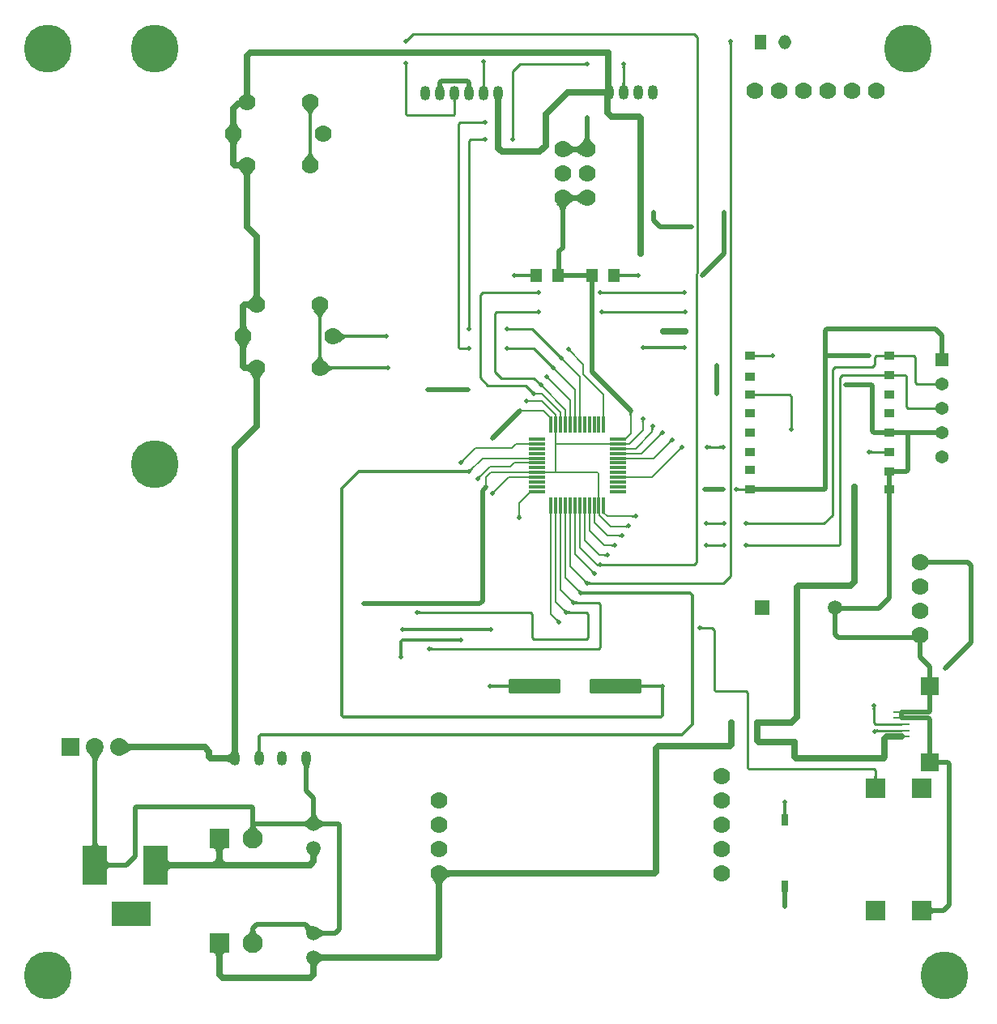
<source format=gbr>
G04*
G04 #@! TF.GenerationSoftware,Altium Limited,Altium Designer,24.4.1 (13)*
G04*
G04 Layer_Physical_Order=1*
G04 Layer_Color=255*
%FSLAX44Y44*%
%MOMM*%
G71*
G04*
G04 #@! TF.SameCoordinates,292D2D62-A6DC-441A-99C5-A44A3EC90559*
G04*
G04*
G04 #@! TF.FilePolarity,Positive*
G04*
G01*
G75*
%ADD10C,0.2540*%
%ADD12C,0.2032*%
%ADD15C,0.5080*%
%ADD22C,0.3048*%
%ADD24R,1.0000X0.9500*%
%ADD25R,1.2700X1.3970*%
%ADD26R,0.3000X1.7000*%
%ADD27R,1.7000X0.3000*%
G04:AMPARAMS|DCode=28|XSize=5.5mm|YSize=1.5mm|CornerRadius=0.1875mm|HoleSize=0mm|Usage=FLASHONLY|Rotation=0.000|XOffset=0mm|YOffset=0mm|HoleType=Round|Shape=RoundedRectangle|*
%AMROUNDEDRECTD28*
21,1,5.5000,1.1250,0,0,0.0*
21,1,5.1250,1.5000,0,0,0.0*
1,1,0.3750,2.5625,-0.5625*
1,1,0.3750,-2.5625,-0.5625*
1,1,0.3750,-2.5625,0.5625*
1,1,0.3750,2.5625,0.5625*
%
%ADD28ROUNDEDRECTD28*%
%ADD29R,1.7780X0.2540*%
%ADD30R,1.9000X1.9000*%
%ADD31R,0.8000X1.2000*%
%ADD57C,0.6350*%
%ADD58O,1.3000X1.5000*%
%ADD59R,1.3000X1.5000*%
%ADD60R,1.3700X1.3700*%
%ADD61C,1.3700*%
%ADD62C,1.7780*%
%ADD63C,5.0000*%
%ADD64R,2.1000X2.1000*%
%ADD65C,2.1000*%
%ADD66R,2.5400X4.0640*%
%ADD67R,4.0640X2.5400*%
%ADD68O,1.0160X1.5240*%
%ADD69C,1.8600*%
%ADD70R,1.8600X1.8600*%
%ADD71C,1.5000*%
%ADD72R,1.5000X1.5000*%
%ADD73R,2.0000X2.0000*%
%ADD74C,0.5080*%
G36*
X429913Y424591D02*
X430040Y424505D01*
X430185Y424429D01*
X430349Y424363D01*
X430530Y424307D01*
X430731Y424261D01*
X430949Y424226D01*
X431185Y424200D01*
X431714Y424180D01*
Y421640D01*
X431441Y421635D01*
X430949Y421594D01*
X430731Y421559D01*
X430530Y421513D01*
X430349Y421457D01*
X430185Y421391D01*
X430040Y421315D01*
X429913Y421228D01*
X429804Y421132D01*
Y424688D01*
X429913Y424591D01*
D02*
G37*
G36*
X503646Y403352D02*
X503584Y403400D01*
X503497Y403443D01*
X503385Y403481D01*
X503248Y403515D01*
X503086Y403543D01*
X502688Y403583D01*
X502190Y403604D01*
X501904Y403606D01*
Y406654D01*
X502190Y406656D01*
X503086Y406717D01*
X503248Y406745D01*
X503385Y406778D01*
X503497Y406817D01*
X503584Y406860D01*
X503646Y406908D01*
Y403352D01*
D02*
G37*
G36*
X414626Y406860D02*
X414713Y406817D01*
X414825Y406778D01*
X414962Y406745D01*
X415124Y406717D01*
X415522Y406677D01*
X416020Y406656D01*
X416306Y406654D01*
Y403606D01*
X416020Y403604D01*
X415124Y403543D01*
X414962Y403515D01*
X414825Y403481D01*
X414713Y403443D01*
X414626Y403400D01*
X414564Y403352D01*
Y406908D01*
X414626Y406860D01*
D02*
G37*
G36*
X471896Y391922D02*
X471834Y391970D01*
X471747Y392013D01*
X471635Y392052D01*
X471498Y392085D01*
X471336Y392113D01*
X470938Y392153D01*
X470440Y392174D01*
X470154Y392176D01*
Y395224D01*
X470440Y395227D01*
X471336Y395288D01*
X471498Y395315D01*
X471635Y395349D01*
X471747Y395387D01*
X471834Y395430D01*
X471896Y395478D01*
Y391922D01*
D02*
G37*
G36*
X442613Y386492D02*
X442740Y386405D01*
X442885Y386329D01*
X443049Y386263D01*
X443230Y386207D01*
X443430Y386161D01*
X443649Y386126D01*
X443885Y386100D01*
X444414Y386080D01*
Y383540D01*
X444141Y383535D01*
X443649Y383494D01*
X443430Y383459D01*
X443230Y383413D01*
X443049Y383357D01*
X442885Y383291D01*
X442740Y383215D01*
X442613Y383129D01*
X442504Y383032D01*
Y386588D01*
X442613Y386492D01*
D02*
G37*
G36*
X413007Y379190D02*
X413068Y378294D01*
X413095Y378132D01*
X413129Y377995D01*
X413167Y377883D01*
X413210Y377796D01*
X413258Y377734D01*
X409702D01*
X409750Y377796D01*
X409793Y377883D01*
X409832Y377995D01*
X409865Y378132D01*
X409893Y378294D01*
X409933Y378692D01*
X409953Y379190D01*
X409956Y379476D01*
X413004D01*
X413007Y379190D01*
D02*
G37*
G36*
X264429Y280195D02*
X264550Y278953D01*
X264655Y278449D01*
X264790Y278022D01*
X264956Y277673D01*
X265152Y277401D01*
X265378Y277207D01*
X265633Y277091D01*
X265919Y277052D01*
X259861D01*
X260147Y277091D01*
X260403Y277207D01*
X260628Y277401D01*
X260824Y277673D01*
X260990Y278022D01*
X261125Y278449D01*
X261231Y278953D01*
X261306Y279535D01*
X261351Y280195D01*
X261366Y280932D01*
X264414D01*
X264429Y280195D01*
D02*
G37*
G36*
X124147Y287816D02*
X124835Y287249D01*
X125546Y286749D01*
X126279Y286316D01*
X127036Y285949D01*
X127815Y285649D01*
X128617Y285415D01*
X129443Y285248D01*
X130290Y285148D01*
X131161Y285115D01*
Y278765D01*
X130290Y278732D01*
X129443Y278632D01*
X128617Y278465D01*
X127815Y278231D01*
X127036Y277931D01*
X126279Y277564D01*
X125546Y277131D01*
X124835Y276631D01*
X124147Y276064D01*
X123482Y275430D01*
Y288450D01*
X124147Y287816D01*
D02*
G37*
G36*
X97196Y274519D02*
X96521Y273738D01*
X95925Y272955D01*
X95409Y272169D01*
X94972Y271382D01*
X94615Y270592D01*
X94337Y269800D01*
X94139Y269007D01*
X94020Y268211D01*
X93980Y267414D01*
X88900D01*
X88860Y268211D01*
X88741Y269007D01*
X88543Y269800D01*
X88265Y270592D01*
X87907Y271382D01*
X87471Y272169D01*
X86955Y272955D01*
X86359Y273738D01*
X85684Y274519D01*
X84930Y275299D01*
X97950D01*
X97196Y274519D01*
D02*
G37*
G36*
X240677Y282149D02*
X240974Y278335D01*
X241110Y277607D01*
X241271Y276969D01*
X241456Y276421D01*
X241666Y275964D01*
X241901Y275597D01*
X233889D01*
Y264369D01*
X233401Y264932D01*
X232850Y265436D01*
X232234Y265882D01*
X231555Y266267D01*
X230811Y266593D01*
X230003Y266860D01*
X229131Y267068D01*
X228195Y267216D01*
X227195Y267305D01*
X226131Y267335D01*
Y273685D01*
X227195Y273715D01*
X228195Y273804D01*
X229131Y273952D01*
X230003Y274160D01*
X230811Y274427D01*
X231555Y274753D01*
X232234Y275138D01*
X232850Y275583D01*
X233349Y276040D01*
X233524Y276421D01*
X233710Y276969D01*
X233870Y277607D01*
X234006Y278335D01*
X234204Y280062D01*
X234303Y282149D01*
X234315Y283328D01*
X240665D01*
X240677Y282149D01*
D02*
G37*
G36*
X316475Y264915D02*
X316157Y264365D01*
X315877Y263774D01*
X315634Y263142D01*
X315428Y262468D01*
X315259Y261752D01*
X315128Y260996D01*
X315035Y260197D01*
X314960Y258477D01*
X309880D01*
X309861Y259358D01*
X309712Y260996D01*
X309581Y261752D01*
X309412Y262468D01*
X309207Y263142D01*
X308963Y263774D01*
X308683Y264365D01*
X308365Y264915D01*
X308009Y265423D01*
X316831D01*
X316475Y264915D01*
D02*
G37*
G36*
X322607Y212787D02*
X322688Y212105D01*
X322824Y211440D01*
X323014Y210793D01*
X323257Y210164D01*
X323556Y209553D01*
X323908Y208960D01*
X324314Y208384D01*
X324775Y207826D01*
X325290Y207286D01*
X314790D01*
X315305Y207826D01*
X315766Y208384D01*
X316172Y208960D01*
X316524Y209553D01*
X316822Y210164D01*
X317066Y210793D01*
X317256Y211440D01*
X317392Y212105D01*
X317473Y212787D01*
X317500Y213487D01*
X322580D01*
X322607Y212787D01*
D02*
G37*
G36*
X325936Y206665D02*
X326494Y206204D01*
X327070Y205798D01*
X327663Y205446D01*
X328274Y205147D01*
X328903Y204904D01*
X329550Y204714D01*
X330215Y204578D01*
X330897Y204497D01*
X331597Y204470D01*
Y199390D01*
X330897Y199363D01*
X330215Y199282D01*
X329550Y199146D01*
X328903Y198956D01*
X328274Y198713D01*
X327663Y198414D01*
X327070Y198062D01*
X326494Y197656D01*
X325936Y197195D01*
X325396Y196680D01*
Y207180D01*
X325936Y206665D01*
D02*
G37*
G36*
X314684Y196680D02*
X314144Y197195D01*
X313586Y197656D01*
X313010Y198062D01*
X312417Y198414D01*
X311806Y198713D01*
X311177Y198956D01*
X310530Y199146D01*
X309865Y199282D01*
X309183Y199363D01*
X308483Y199390D01*
Y204470D01*
X309183Y204497D01*
X309865Y204578D01*
X310530Y204714D01*
X311177Y204904D01*
X311806Y205147D01*
X312417Y205446D01*
X313010Y205798D01*
X313586Y206204D01*
X314144Y206665D01*
X314684Y207180D01*
Y196680D01*
D02*
G37*
G36*
X259119Y201810D02*
X259235Y200905D01*
X259429Y200031D01*
X259701Y199188D01*
X260051Y198375D01*
X260478Y197593D01*
X260983Y196842D01*
X261565Y196122D01*
X262225Y195431D01*
X262963Y194772D01*
X249998Y195118D01*
X250758Y195730D01*
X251438Y196375D01*
X252039Y197054D01*
X252559Y197766D01*
X252999Y198512D01*
X253360Y199291D01*
X253640Y200104D01*
X253840Y200951D01*
X253960Y201831D01*
X254000Y202745D01*
X259080D01*
X259119Y201810D01*
D02*
G37*
G36*
X94005Y183148D02*
X94082Y182280D01*
X94209Y181513D01*
X94386Y180849D01*
X94615Y180287D01*
X94894Y179827D01*
X95225Y179469D01*
X95606Y179214D01*
X96037Y179060D01*
X96520Y179009D01*
X86360D01*
X86843Y179060D01*
X87274Y179214D01*
X87655Y179469D01*
X87986Y179827D01*
X88265Y180287D01*
X88494Y180849D01*
X88671Y181513D01*
X88798Y182280D01*
X88875Y183148D01*
X88900Y184119D01*
X93980D01*
X94005Y183148D01*
D02*
G37*
G36*
X227007Y176157D02*
X226467Y175966D01*
X225991Y175649D01*
X225578Y175205D01*
X225229Y174633D01*
X224943Y173934D01*
X224721Y173109D01*
X224562Y172157D01*
X224467Y171077D01*
X224435Y169870D01*
X218085D01*
X218053Y171077D01*
X217958Y172157D01*
X217799Y173109D01*
X217577Y173934D01*
X217291Y174633D01*
X216942Y175205D01*
X216529Y175649D01*
X216053Y175966D01*
X215513Y176157D01*
X214910Y176220D01*
X227610D01*
X227007Y176157D01*
D02*
G37*
G36*
X324896Y170749D02*
X324543Y170285D01*
X324232Y169785D01*
X323962Y169247D01*
X323734Y168672D01*
X323547Y168060D01*
X323402Y167410D01*
X323298Y166722D01*
X323236Y165998D01*
X323215Y165235D01*
X316865D01*
X316844Y165998D01*
X316782Y166722D01*
X316678Y167410D01*
X316533Y168060D01*
X316346Y168672D01*
X316118Y169247D01*
X315848Y169785D01*
X315537Y170285D01*
X315184Y170749D01*
X314790Y171174D01*
X325290D01*
X324896Y170749D01*
D02*
G37*
G36*
X224499Y167069D02*
X224689Y165989D01*
X225007Y165037D01*
X225451Y164211D01*
X226022Y163512D01*
X226721Y162941D01*
X227547Y162496D01*
X228499Y162179D01*
X229578Y161989D01*
X230785Y161925D01*
X227610Y155575D01*
X221260D01*
X211735Y161925D01*
X211735Y161925D01*
X211735D01*
X211735Y161925D01*
X212941Y161989D01*
X214021Y162179D01*
X214974Y162496D01*
X215799Y162941D01*
X216497Y163512D01*
X217069Y164211D01*
X217514Y165037D01*
X217831Y165989D01*
X218022Y167069D01*
X218085Y168275D01*
X218085D01*
Y168275D01*
X224435D01*
X224499Y167069D01*
D02*
G37*
G36*
X104130Y163347D02*
X104284Y162916D01*
X104539Y162535D01*
X104897Y162204D01*
X105357Y161925D01*
X105919Y161696D01*
X106583Y161519D01*
X107350Y161392D01*
X108218Y161315D01*
X109190Y161290D01*
Y156210D01*
X108218Y156185D01*
X107350Y156108D01*
X106583Y155981D01*
X105919Y155804D01*
X105357Y155575D01*
X104897Y155296D01*
X104539Y154965D01*
X104284Y154584D01*
X104130Y154153D01*
X104079Y153670D01*
Y163830D01*
X104130Y163347D01*
D02*
G37*
G36*
X167643Y164497D02*
X167834Y163957D01*
X168153Y163481D01*
X168600Y163068D01*
X169174Y162719D01*
X169876Y162433D01*
X170706Y162211D01*
X171663Y162052D01*
X172747Y161957D01*
X173960Y161925D01*
Y155575D01*
X172747Y155543D01*
X171663Y155448D01*
X170706Y155289D01*
X169876Y155067D01*
X169174Y154781D01*
X168600Y154432D01*
X168153Y154019D01*
X167834Y153543D01*
X167643Y153003D01*
X167579Y152400D01*
Y165100D01*
X167643Y164497D01*
D02*
G37*
G36*
X457809Y155504D02*
X458446Y154986D01*
X459109Y154529D01*
X459799Y154132D01*
X460515Y153797D01*
X461257Y153523D01*
X462025Y153309D01*
X462820Y153157D01*
X463641Y153066D01*
X464488Y153035D01*
Y146685D01*
X463641Y146655D01*
X462820Y146563D01*
X462025Y146411D01*
X461257Y146197D01*
X460515Y145923D01*
X459799Y145588D01*
X459109Y145191D01*
X458446Y144734D01*
X457809Y144216D01*
X457199Y143637D01*
Y156083D01*
X457809Y155504D01*
D02*
G37*
G36*
X456494Y142901D02*
X455976Y142264D01*
X455518Y141601D01*
X455122Y140911D01*
X454787Y140195D01*
X454513Y139453D01*
X454299Y138685D01*
X454147Y137890D01*
X454055Y137069D01*
X454025Y136222D01*
X447675D01*
X447645Y137069D01*
X447553Y137890D01*
X447401Y138685D01*
X447187Y139453D01*
X446913Y140195D01*
X446578Y140911D01*
X446181Y141601D01*
X445724Y142264D01*
X445206Y142901D01*
X444627Y143511D01*
X457073D01*
X456494Y142901D01*
D02*
G37*
G36*
X314178Y97122D02*
X314718Y96697D01*
X315284Y96323D01*
X315875Y96000D01*
X316493Y95728D01*
X317136Y95506D01*
X317804Y95336D01*
X318499Y95216D01*
X319219Y95147D01*
X319965Y95130D01*
X312540Y87705D01*
X312523Y88451D01*
X312454Y89171D01*
X312334Y89866D01*
X312164Y90534D01*
X311942Y91178D01*
X311670Y91795D01*
X311347Y92386D01*
X310973Y92952D01*
X310548Y93492D01*
X310072Y94006D01*
X313664Y97598D01*
X314178Y97122D01*
D02*
G37*
G36*
X259013Y91749D02*
X259098Y90937D01*
X259241Y90179D01*
X259441Y89474D01*
X259697Y88823D01*
X260011Y88224D01*
X260382Y87680D01*
X260810Y87189D01*
X261295Y86751D01*
X261837Y86367D01*
X250998Y86557D01*
X251551Y86920D01*
X252045Y87337D01*
X252480Y87809D01*
X252858Y88333D01*
X253178Y88912D01*
X253439Y89545D01*
X253643Y90232D01*
X253788Y90972D01*
X253875Y91766D01*
X253904Y92614D01*
X258984D01*
X259013Y91749D01*
D02*
G37*
G36*
X325936Y92365D02*
X326494Y91904D01*
X327070Y91498D01*
X327663Y91146D01*
X328274Y90848D01*
X328903Y90604D01*
X329550Y90414D01*
X330215Y90278D01*
X330897Y90197D01*
X331597Y90170D01*
Y85090D01*
X330897Y85063D01*
X330215Y84982D01*
X329550Y84846D01*
X328903Y84656D01*
X328274Y84412D01*
X327663Y84114D01*
X327070Y83762D01*
X326494Y83356D01*
X325936Y82895D01*
X325396Y82380D01*
Y92880D01*
X325936Y92365D01*
D02*
G37*
G36*
X227007Y66937D02*
X226467Y66747D01*
X225991Y66429D01*
X225578Y65985D01*
X225229Y65413D01*
X224943Y64714D01*
X224721Y63889D01*
X224562Y62937D01*
X224467Y61857D01*
X224435Y60651D01*
X218085D01*
X218053Y61857D01*
X217958Y62937D01*
X217799Y63889D01*
X217577Y64714D01*
X217291Y65413D01*
X216942Y65985D01*
X216529Y66429D01*
X216053Y66747D01*
X215513Y66937D01*
X214910Y67000D01*
X227610D01*
X227007Y66937D01*
D02*
G37*
G36*
X325821Y67086D02*
X326284Y66733D01*
X326785Y66422D01*
X327323Y66152D01*
X327898Y65924D01*
X328510Y65737D01*
X329160Y65592D01*
X329848Y65488D01*
X330573Y65426D01*
X331335Y65405D01*
Y59055D01*
X330573Y59034D01*
X329848Y58972D01*
X329160Y58868D01*
X328510Y58723D01*
X327898Y58536D01*
X327323Y58308D01*
X326785Y58038D01*
X326284Y57727D01*
X325821Y57374D01*
X325396Y56980D01*
Y67480D01*
X325821Y67086D01*
D02*
G37*
G36*
X324896Y56448D02*
X324543Y55985D01*
X324232Y55485D01*
X323962Y54948D01*
X323734Y54372D01*
X323547Y53760D01*
X323402Y53110D01*
X323298Y52422D01*
X323236Y51698D01*
X323215Y50935D01*
X316865D01*
X316844Y51698D01*
X316782Y52422D01*
X316678Y53110D01*
X316533Y53760D01*
X316346Y54372D01*
X316118Y54948D01*
X315848Y55485D01*
X315537Y55985D01*
X315184Y56448D01*
X314790Y56874D01*
X325290D01*
X324896Y56448D01*
D02*
G37*
G36*
X633186Y490982D02*
X633031Y491127D01*
X632865Y491256D01*
X632689Y491371D01*
X632501Y491470D01*
X632303Y491553D01*
X632094Y491622D01*
X631874Y491675D01*
X631643Y491713D01*
X631401Y491736D01*
X631148Y491744D01*
Y493776D01*
X631401Y493784D01*
X631643Y493806D01*
X631874Y493845D01*
X632094Y493898D01*
X632303Y493966D01*
X632501Y494050D01*
X632689Y494149D01*
X632865Y494264D01*
X633031Y494393D01*
X633186Y494538D01*
Y490982D01*
D02*
G37*
G36*
X625566Y480822D02*
X625411Y480967D01*
X625246Y481096D01*
X625069Y481211D01*
X624882Y481310D01*
X624683Y481394D01*
X624474Y481462D01*
X624254Y481515D01*
X624023Y481553D01*
X623781Y481576D01*
X623528Y481584D01*
Y483616D01*
X623781Y483624D01*
X624023Y483647D01*
X624254Y483685D01*
X624474Y483738D01*
X624683Y483806D01*
X624882Y483890D01*
X625069Y483989D01*
X625246Y484104D01*
X625411Y484233D01*
X625566Y484378D01*
Y480822D01*
D02*
G37*
G36*
X617697Y470958D02*
X617619Y471047D01*
X617520Y471126D01*
X617399Y471196D01*
X617257Y471256D01*
X617093Y471308D01*
X616908Y471349D01*
X616701Y471382D01*
X616472Y471405D01*
X615950Y471424D01*
Y473456D01*
X616222Y473461D01*
X616701Y473498D01*
X616908Y473531D01*
X617093Y473572D01*
X617257Y473624D01*
X617399Y473684D01*
X617520Y473754D01*
X617619Y473833D01*
X617697Y473922D01*
Y470958D01*
D02*
G37*
G36*
X621692Y474110D02*
X621819Y474023D01*
X621964Y473947D01*
X622127Y473880D01*
X622309Y473824D01*
X622509Y473778D01*
X622727Y473742D01*
X622964Y473716D01*
X623492Y473696D01*
X623475Y471156D01*
X623202Y471151D01*
X622710Y471110D01*
X622492Y471075D01*
X622291Y471030D01*
X622109Y470974D01*
X621946Y470909D01*
X621800Y470833D01*
X621673Y470747D01*
X621564Y470652D01*
X621584Y474208D01*
X621692Y474110D01*
D02*
G37*
G36*
X611589Y466819D02*
X611776Y466664D01*
X611966Y466527D01*
X612160Y466410D01*
X612356Y466310D01*
X612556Y466229D01*
X612758Y466167D01*
X612964Y466123D01*
X613173Y466097D01*
X613385Y466090D01*
X610870Y463575D01*
X610863Y463787D01*
X610838Y463996D01*
X610793Y464202D01*
X610731Y464404D01*
X610650Y464604D01*
X610550Y464800D01*
X610433Y464994D01*
X610296Y465184D01*
X610141Y465371D01*
X609968Y465555D01*
X611405Y466992D01*
X611589Y466819D01*
D02*
G37*
G36*
X603969Y456659D02*
X604156Y456504D01*
X604346Y456367D01*
X604540Y456250D01*
X604736Y456150D01*
X604936Y456069D01*
X605138Y456007D01*
X605344Y455962D01*
X605553Y455937D01*
X605765Y455930D01*
X603250Y453415D01*
X603243Y453627D01*
X603218Y453836D01*
X603173Y454042D01*
X603111Y454244D01*
X603030Y454444D01*
X602930Y454640D01*
X602812Y454834D01*
X602676Y455024D01*
X602521Y455211D01*
X602348Y455395D01*
X603785Y456832D01*
X603969Y456659D01*
D02*
G37*
G36*
X607713Y455071D02*
X607840Y454985D01*
X607985Y454909D01*
X608148Y454843D01*
X608330Y454787D01*
X608531Y454741D01*
X608749Y454706D01*
X608985Y454680D01*
X609514Y454660D01*
Y452120D01*
X609240Y452115D01*
X608749Y452074D01*
X608531Y452039D01*
X608330Y451993D01*
X608148Y451937D01*
X607985Y451871D01*
X607840Y451795D01*
X607713Y451708D01*
X607604Y451612D01*
Y455168D01*
X607713Y455071D01*
D02*
G37*
G36*
X597662Y446463D02*
X597806Y446344D01*
X597996Y446208D01*
X598190Y446090D01*
X598386Y445990D01*
X598586Y445909D01*
X598788Y445847D01*
X598994Y445802D01*
X599203Y445777D01*
X599415Y445770D01*
X598909Y445265D01*
X599441Y444754D01*
X597916Y443229D01*
X597895Y443267D01*
X597830Y443347D01*
X597571Y443630D01*
X597424Y443780D01*
X596900Y443255D01*
X596893Y443467D01*
X596867Y443676D01*
X596823Y443882D01*
X596761Y444084D01*
X596680Y444284D01*
X596580Y444480D01*
X596463Y444674D01*
X596326Y444864D01*
X596171Y445051D01*
X596091Y445137D01*
X595763Y445470D01*
X597200Y446907D01*
X597662Y446463D01*
D02*
G37*
G36*
X601316Y444960D02*
X601403Y444917D01*
X601515Y444879D01*
X601652Y444845D01*
X601814Y444818D01*
X602212Y444777D01*
X602710Y444757D01*
X602996Y444754D01*
Y441706D01*
X602710Y441703D01*
X601814Y441642D01*
X601652Y441615D01*
X601515Y441581D01*
X601403Y441543D01*
X601316Y441500D01*
X601254Y441452D01*
Y445008D01*
X601316Y444960D01*
D02*
G37*
G36*
X589999Y436339D02*
X590186Y436184D01*
X590376Y436048D01*
X590570Y435930D01*
X590766Y435830D01*
X590966Y435749D01*
X591168Y435687D01*
X591374Y435643D01*
X591583Y435617D01*
X591795Y435610D01*
X589280Y433095D01*
X589273Y433307D01*
X589248Y433516D01*
X589203Y433722D01*
X589141Y433924D01*
X589060Y434124D01*
X588960Y434320D01*
X588843Y434514D01*
X588706Y434704D01*
X588551Y434891D01*
X588378Y435075D01*
X589815Y436512D01*
X589999Y436339D01*
D02*
G37*
G36*
X593743Y434752D02*
X593870Y434665D01*
X594015Y434589D01*
X594179Y434523D01*
X594360Y434467D01*
X594561Y434421D01*
X594779Y434386D01*
X595015Y434360D01*
X595544Y434340D01*
Y431800D01*
X595271Y431795D01*
X594779Y431754D01*
X594561Y431719D01*
X594360Y431673D01*
X594179Y431617D01*
X594015Y431551D01*
X593870Y431475D01*
X593743Y431389D01*
X593634Y431292D01*
Y434848D01*
X593743Y434752D01*
D02*
G37*
G36*
X582379Y426179D02*
X582566Y426024D01*
X582756Y425887D01*
X582950Y425770D01*
X583146Y425670D01*
X583346Y425589D01*
X583548Y425527D01*
X583754Y425482D01*
X583963Y425457D01*
X584175Y425450D01*
X581660Y422935D01*
X581653Y423147D01*
X581628Y423356D01*
X581583Y423562D01*
X581521Y423764D01*
X581440Y423964D01*
X581340Y424160D01*
X581222Y424354D01*
X581086Y424544D01*
X580931Y424731D01*
X580758Y424915D01*
X582195Y426352D01*
X582379Y426179D01*
D02*
G37*
G36*
X586123Y424591D02*
X586250Y424505D01*
X586395Y424429D01*
X586558Y424363D01*
X586740Y424307D01*
X586940Y424261D01*
X587159Y424226D01*
X587396Y424200D01*
X587924Y424180D01*
Y421640D01*
X587650Y421635D01*
X587159Y421594D01*
X586940Y421559D01*
X586740Y421513D01*
X586558Y421457D01*
X586395Y421391D01*
X586250Y421315D01*
X586123Y421228D01*
X586014Y421132D01*
Y424688D01*
X586123Y424591D01*
D02*
G37*
G36*
X574759Y416019D02*
X574946Y415864D01*
X575136Y415728D01*
X575330Y415610D01*
X575526Y415510D01*
X575726Y415429D01*
X575928Y415367D01*
X576134Y415322D01*
X576343Y415297D01*
X576555Y415290D01*
X574040Y412775D01*
X574033Y412987D01*
X574007Y413196D01*
X573963Y413402D01*
X573901Y413604D01*
X573820Y413804D01*
X573720Y414000D01*
X573602Y414194D01*
X573466Y414384D01*
X573311Y414571D01*
X573138Y414755D01*
X574575Y416192D01*
X574759Y416019D01*
D02*
G37*
G36*
X506066Y347170D02*
X506153Y347127D01*
X506265Y347089D01*
X506402Y347055D01*
X506564Y347028D01*
X506962Y346987D01*
X507460Y346967D01*
X507746Y346964D01*
Y343916D01*
X507460Y343913D01*
X506564Y343853D01*
X506402Y343825D01*
X506265Y343792D01*
X506153Y343753D01*
X506066Y343710D01*
X506004Y343662D01*
Y347218D01*
X506066Y347170D01*
D02*
G37*
G36*
X811276Y221234D02*
X811273Y221520D01*
X811212Y222416D01*
X811185Y222578D01*
X811152Y222715D01*
X811113Y222827D01*
X811070Y222914D01*
X811022Y222976D01*
X814578D01*
X814530Y222914D01*
X814487Y222827D01*
X814448Y222715D01*
X814415Y222578D01*
X814388Y222416D01*
X814347Y222018D01*
X814326Y221520D01*
X814324Y221234D01*
X811276D01*
D02*
G37*
G36*
X970415Y108585D02*
X969444Y108560D01*
X968575Y108483D01*
X967808Y108356D01*
X967144Y108179D01*
X966582Y107950D01*
X966122Y107671D01*
X965764Y107340D01*
X965509Y106959D01*
X965355Y106528D01*
X965304Y106045D01*
Y116205D01*
X965355Y115722D01*
X965509Y115291D01*
X965764Y114910D01*
X966122Y114579D01*
X966582Y114300D01*
X967144Y114071D01*
X967808Y113894D01*
X968575Y113767D01*
X969444Y113690D01*
X970415Y113665D01*
Y108585D01*
D02*
G37*
G36*
X908375Y251905D02*
X908388Y251416D01*
X908426Y250979D01*
X908489Y250594D01*
X908578Y250259D01*
X908693Y249977D01*
X908832Y249745D01*
X908997Y249565D01*
X909188Y249437D01*
X909404Y249360D01*
X909645Y249334D01*
X904565D01*
X904806Y249360D01*
X905022Y249437D01*
X905213Y249565D01*
X905378Y249745D01*
X905518Y249977D01*
X905632Y250259D01*
X905721Y250594D01*
X905784Y250979D01*
X905822Y251416D01*
X905835Y251905D01*
X908375D01*
D02*
G37*
G36*
X910828Y298170D02*
X910554Y298164D01*
X910304Y298144D01*
X910077Y298111D01*
X909873Y298066D01*
X909693Y298007D01*
X909536Y297936D01*
X909403Y297851D01*
X909293Y297754D01*
X909206Y297643D01*
X909143Y297520D01*
X907757Y300794D01*
X907811Y300778D01*
X907890Y300764D01*
X907996Y300751D01*
X908469Y300723D01*
X909463Y300710D01*
X910828Y298170D01*
D02*
G37*
G36*
X680974Y346964D02*
X681260Y346967D01*
X682156Y347028D01*
X682318Y347055D01*
X682455Y347089D01*
X682567Y347127D01*
X682654Y347170D01*
X682716Y347218D01*
Y343662D01*
X682654Y343710D01*
X682567Y343753D01*
X682455Y343792D01*
X682318Y343825D01*
X682156Y343853D01*
X681758Y343893D01*
X681260Y343913D01*
X680974Y343916D01*
Y346964D01*
D02*
G37*
G36*
X683006Y341884D02*
X683003Y342170D01*
X682943Y343066D01*
X682915Y343228D01*
X682881Y343365D01*
X682843Y343477D01*
X682800Y343564D01*
X682752Y343626D01*
X686308D01*
X686260Y343564D01*
X686217Y343477D01*
X686179Y343365D01*
X686145Y343228D01*
X686117Y343066D01*
X686077Y342668D01*
X686057Y342170D01*
X686054Y341884D01*
X683006D01*
D02*
G37*
G36*
X727624Y405130D02*
X727350Y405125D01*
X726859Y405084D01*
X726640Y405049D01*
X726440Y405003D01*
X726258Y404947D01*
X726095Y404881D01*
X725950Y404805D01*
X725823Y404719D01*
X725714Y404622D01*
Y408178D01*
X725823Y408082D01*
X725950Y407995D01*
X726095Y407919D01*
X726258Y407853D01*
X726440Y407797D01*
X726640Y407751D01*
X726859Y407716D01*
X727095Y407690D01*
X727624Y407670D01*
Y405130D01*
D02*
G37*
G36*
X904240Y321396D02*
X904235Y321670D01*
X904194Y322161D01*
X904159Y322379D01*
X904113Y322580D01*
X904057Y322761D01*
X903991Y322925D01*
X903915Y323070D01*
X903829Y323197D01*
X903732Y323306D01*
X907288D01*
X907191Y323197D01*
X907105Y323070D01*
X907029Y322925D01*
X906963Y322761D01*
X906907Y322580D01*
X906861Y322379D01*
X906826Y322161D01*
X906800Y321925D01*
X906780Y321396D01*
X904240D01*
D02*
G37*
G36*
X638768Y503936D02*
X639021Y503944D01*
X639263Y503966D01*
X639494Y504005D01*
X639714Y504058D01*
X639923Y504127D01*
X640122Y504210D01*
X640309Y504309D01*
X640486Y504424D01*
X640651Y504553D01*
X640806Y504698D01*
Y501142D01*
X640651Y501287D01*
X640486Y501416D01*
X640309Y501531D01*
X640122Y501630D01*
X639923Y501713D01*
X639714Y501782D01*
X639494Y501835D01*
X639263Y501874D01*
X639021Y501896D01*
X638768Y501904D01*
Y503936D01*
D02*
G37*
G36*
X644943Y513513D02*
X645199Y513522D01*
X645440Y513548D01*
X645665Y513592D01*
X645873Y513654D01*
X646067Y513733D01*
X646244Y513830D01*
X646406Y513945D01*
X646552Y514077D01*
X646682Y514227D01*
X646796Y514394D01*
X647613Y510933D01*
X647435Y511037D01*
X647250Y511130D01*
X647056Y511212D01*
X646854Y511284D01*
X646645Y511344D01*
X646426Y511393D01*
X646200Y511432D01*
X645723Y511475D01*
X645473Y511481D01*
X644943Y513513D01*
D02*
G37*
G36*
X733974Y491490D02*
X733700Y491485D01*
X733209Y491444D01*
X732990Y491409D01*
X732790Y491363D01*
X732608Y491307D01*
X732445Y491241D01*
X732300Y491165D01*
X732173Y491078D01*
X732064Y490982D01*
Y494538D01*
X732173Y494441D01*
X732300Y494355D01*
X732445Y494279D01*
X732608Y494213D01*
X732790Y494157D01*
X732990Y494111D01*
X733209Y494076D01*
X733446Y494050D01*
X733974Y494030D01*
Y491490D01*
D02*
G37*
G36*
Y514350D02*
X733700Y514345D01*
X733209Y514304D01*
X732990Y514269D01*
X732790Y514223D01*
X732608Y514167D01*
X732445Y514101D01*
X732300Y514025D01*
X732173Y513938D01*
X732064Y513842D01*
Y517398D01*
X732173Y517301D01*
X732300Y517215D01*
X732445Y517139D01*
X732608Y517073D01*
X732790Y517017D01*
X732990Y516971D01*
X733209Y516936D01*
X733446Y516910D01*
X733974Y516890D01*
Y514350D01*
D02*
G37*
G36*
X745576Y494030D02*
X745850Y494035D01*
X746341Y494076D01*
X746560Y494111D01*
X746760Y494157D01*
X746942Y494213D01*
X747105Y494279D01*
X747250Y494355D01*
X747377Y494441D01*
X747486Y494538D01*
Y490982D01*
X747377Y491078D01*
X747250Y491165D01*
X747105Y491241D01*
X746942Y491307D01*
X746760Y491363D01*
X746560Y491409D01*
X746341Y491444D01*
X746105Y491470D01*
X745576Y491490D01*
Y494030D01*
D02*
G37*
G36*
Y516890D02*
X745850Y516895D01*
X746341Y516936D01*
X746560Y516971D01*
X746760Y517017D01*
X746942Y517073D01*
X747105Y517139D01*
X747250Y517215D01*
X747377Y517301D01*
X747486Y517398D01*
Y513842D01*
X747377Y513938D01*
X747250Y514025D01*
X747105Y514101D01*
X746942Y514167D01*
X746760Y514223D01*
X746560Y514269D01*
X746341Y514304D01*
X746105Y514330D01*
X745576Y514350D01*
Y516890D01*
D02*
G37*
G36*
X775884Y491490D02*
X775611Y491485D01*
X775119Y491444D01*
X774901Y491409D01*
X774700Y491363D01*
X774519Y491307D01*
X774355Y491241D01*
X774210Y491165D01*
X774083Y491078D01*
X773974Y490982D01*
Y494538D01*
X774083Y494441D01*
X774210Y494355D01*
X774355Y494279D01*
X774519Y494213D01*
X774700Y494157D01*
X774901Y494111D01*
X775119Y494076D01*
X775356Y494050D01*
X775884Y494030D01*
Y491490D01*
D02*
G37*
G36*
Y514350D02*
X775611Y514345D01*
X775119Y514304D01*
X774901Y514269D01*
X774700Y514223D01*
X774519Y514167D01*
X774355Y514101D01*
X774210Y514025D01*
X774083Y513938D01*
X773974Y513842D01*
Y517398D01*
X774083Y517301D01*
X774210Y517215D01*
X774355Y517139D01*
X774519Y517073D01*
X774700Y517017D01*
X774901Y516971D01*
X775119Y516936D01*
X775356Y516910D01*
X775884Y516890D01*
Y514350D01*
D02*
G37*
G36*
X420091Y1021545D02*
X419902Y1021348D01*
X419583Y1020972D01*
X419453Y1020792D01*
X419344Y1020619D01*
X419255Y1020450D01*
X419186Y1020288D01*
X419137Y1020131D01*
X419109Y1019980D01*
X419100Y1019835D01*
X416585Y1022350D01*
X416730Y1022358D01*
X416881Y1022387D01*
X417038Y1022436D01*
X417200Y1022505D01*
X417369Y1022594D01*
X417542Y1022703D01*
X417722Y1022833D01*
X417907Y1022982D01*
X418295Y1023341D01*
X420091Y1021545D01*
D02*
G37*
G36*
X757331Y1017887D02*
X757245Y1017760D01*
X757169Y1017615D01*
X757103Y1017451D01*
X757047Y1017270D01*
X757001Y1017069D01*
X756966Y1016851D01*
X756940Y1016615D01*
X756920Y1016086D01*
X754380D01*
X754375Y1016359D01*
X754334Y1016851D01*
X754299Y1017069D01*
X754253Y1017270D01*
X754197Y1017451D01*
X754131Y1017615D01*
X754055Y1017760D01*
X753969Y1017887D01*
X753872Y1017996D01*
X757428D01*
X757331Y1017887D01*
D02*
G37*
G36*
X499521Y996297D02*
X499435Y996170D01*
X499359Y996025D01*
X499293Y995862D01*
X499237Y995680D01*
X499191Y995480D01*
X499156Y995261D01*
X499130Y995024D01*
X499110Y994496D01*
X496570D01*
X496565Y994770D01*
X496524Y995261D01*
X496489Y995480D01*
X496443Y995680D01*
X496387Y995862D01*
X496321Y996025D01*
X496245Y996170D01*
X496158Y996297D01*
X496062Y996406D01*
X499618D01*
X499521Y996297D01*
D02*
G37*
G36*
X603976Y993902D02*
X603867Y993998D01*
X603740Y994085D01*
X603595Y994161D01*
X603432Y994227D01*
X603250Y994283D01*
X603050Y994329D01*
X602831Y994364D01*
X602594Y994390D01*
X602066Y994410D01*
Y996950D01*
X602340Y996955D01*
X602831Y996996D01*
X603050Y997031D01*
X603250Y997077D01*
X603432Y997133D01*
X603595Y997199D01*
X603740Y997275D01*
X603867Y997362D01*
X603976Y997458D01*
Y993902D01*
D02*
G37*
G36*
X418242Y995027D02*
X418155Y994900D01*
X418079Y994755D01*
X418013Y994592D01*
X417957Y994410D01*
X417911Y994210D01*
X417876Y993991D01*
X417850Y993755D01*
X417830Y993226D01*
X415290D01*
X415285Y993500D01*
X415244Y993991D01*
X415209Y994210D01*
X415163Y994410D01*
X415107Y994592D01*
X415041Y994755D01*
X414965Y994900D01*
X414879Y995027D01*
X414782Y995136D01*
X418338D01*
X418242Y995027D01*
D02*
G37*
G36*
X645572Y993757D02*
X645485Y993630D01*
X645409Y993485D01*
X645343Y993322D01*
X645287Y993140D01*
X645241Y992940D01*
X645206Y992721D01*
X645180Y992485D01*
X645160Y991956D01*
X642620D01*
X642615Y992230D01*
X642574Y992721D01*
X642539Y992940D01*
X642493Y993140D01*
X642437Y993322D01*
X642371Y993485D01*
X642295Y993630D01*
X642208Y993757D01*
X642112Y993866D01*
X645668D01*
X645572Y993757D01*
D02*
G37*
G36*
X645173Y975891D02*
X645273Y974905D01*
X645361Y974504D01*
X645475Y974165D01*
X645613Y973888D01*
X645777Y973673D01*
X645965Y973519D01*
X646179Y973426D01*
X646418Y973395D01*
X641362D01*
X641601Y973426D01*
X641815Y973519D01*
X642003Y973673D01*
X642167Y973888D01*
X642305Y974165D01*
X642419Y974504D01*
X642507Y974905D01*
X642570Y975367D01*
X642607Y975891D01*
X642620Y976476D01*
X645160D01*
X645173Y975891D01*
D02*
G37*
G36*
X499123Y974621D02*
X499223Y973635D01*
X499311Y973234D01*
X499425Y972895D01*
X499563Y972618D01*
X499727Y972403D01*
X499915Y972249D01*
X500129Y972156D01*
X500368Y972125D01*
X495312D01*
X495551Y972156D01*
X495765Y972249D01*
X495953Y972403D01*
X496117Y972618D01*
X496255Y972895D01*
X496369Y973234D01*
X496457Y973635D01*
X496520Y974097D01*
X496557Y974621D01*
X496570Y975206D01*
X499110D01*
X499123Y974621D01*
D02*
G37*
G36*
X454667Y975250D02*
X454841Y972701D01*
X454920Y972291D01*
X455014Y971972D01*
X455123Y971745D01*
X455246Y971608D01*
X455383Y971563D01*
X448857D01*
X448994Y971608D01*
X449117Y971745D01*
X449226Y971972D01*
X449320Y972291D01*
X449399Y972701D01*
X449464Y973201D01*
X449551Y974476D01*
X449580Y976115D01*
X454660D01*
X454667Y975250D01*
D02*
G37*
G36*
X484632Y975295D02*
X484822Y972903D01*
X484909Y972527D01*
X485012Y972239D01*
X485131Y972039D01*
X485265Y971928D01*
X485415Y971906D01*
X478759Y970980D01*
X478909Y971050D01*
X479042Y971220D01*
X479160Y971488D01*
X479262Y971854D01*
X479348Y972318D01*
X479419Y972881D01*
X479513Y974301D01*
X479544Y976115D01*
X484624D01*
X484632Y975295D01*
D02*
G37*
G36*
X469649Y958244D02*
X469435Y958151D01*
X469247Y957997D01*
X469083Y957782D01*
X468945Y957505D01*
X468831Y957166D01*
X468743Y956765D01*
X468680Y956303D01*
X468643Y955779D01*
X468630Y955194D01*
X466090D01*
X466077Y955779D01*
X465977Y956765D01*
X465889Y957166D01*
X465775Y957505D01*
X465637Y957782D01*
X465473Y957997D01*
X465285Y958151D01*
X465071Y958244D01*
X464832Y958275D01*
X469888D01*
X469649Y958244D01*
D02*
G37*
G36*
X321560Y949055D02*
X320056Y947330D01*
X319446Y946511D01*
X318929Y945722D01*
X318506Y944963D01*
X318177Y944232D01*
X317942Y943531D01*
X317801Y942860D01*
X317754Y942218D01*
X314706D01*
X314659Y942860D01*
X314518Y943531D01*
X314283Y944232D01*
X313954Y944963D01*
X313531Y945722D01*
X313014Y946511D01*
X312404Y947330D01*
X311699Y948178D01*
X310007Y949961D01*
X322453D01*
X321560Y949055D01*
D02*
G37*
G36*
X497296Y932942D02*
X497187Y933038D01*
X497060Y933125D01*
X496915Y933201D01*
X496752Y933267D01*
X496570Y933323D01*
X496370Y933369D01*
X496151Y933404D01*
X495914Y933430D01*
X495386Y933450D01*
Y935990D01*
X495659Y935995D01*
X496151Y936036D01*
X496370Y936071D01*
X496570Y936117D01*
X496752Y936173D01*
X496915Y936239D01*
X497060Y936315D01*
X497187Y936402D01*
X497296Y936498D01*
Y932942D01*
D02*
G37*
G36*
X239426Y936081D02*
X239517Y935260D01*
X239669Y934465D01*
X239883Y933697D01*
X240157Y932955D01*
X240492Y932239D01*
X240889Y931550D01*
X241346Y930886D01*
X241864Y930249D01*
X242443Y929639D01*
X229997D01*
X230576Y930249D01*
X231094Y930886D01*
X231551Y931550D01*
X231948Y932239D01*
X232283Y932955D01*
X232557Y933697D01*
X232771Y934465D01*
X232923Y935260D01*
X233015Y936081D01*
X233045Y936928D01*
X239395D01*
X239426Y936081D01*
D02*
G37*
G36*
X529595Y920390D02*
X529636Y919899D01*
X529671Y919680D01*
X529717Y919480D01*
X529773Y919298D01*
X529839Y919135D01*
X529915Y918990D01*
X530001Y918863D01*
X530098Y918754D01*
X526542D01*
X526638Y918863D01*
X526725Y918990D01*
X526801Y919135D01*
X526867Y919298D01*
X526923Y919480D01*
X526969Y919680D01*
X527004Y919899D01*
X527030Y920135D01*
X527050Y920664D01*
X529590D01*
X529595Y920390D01*
D02*
G37*
G36*
X497296Y915162D02*
X497187Y915258D01*
X497060Y915345D01*
X496915Y915421D01*
X496752Y915487D01*
X496570Y915543D01*
X496370Y915589D01*
X496151Y915624D01*
X495914Y915650D01*
X495386Y915670D01*
Y918210D01*
X495659Y918215D01*
X496151Y918256D01*
X496370Y918291D01*
X496570Y918337D01*
X496752Y918393D01*
X496915Y918459D01*
X497060Y918535D01*
X497187Y918622D01*
X497296Y918718D01*
Y915162D01*
D02*
G37*
G36*
X608367Y919857D02*
X608477Y919087D01*
X608661Y918322D01*
X608919Y917563D01*
X609251Y916810D01*
X609656Y916062D01*
X610135Y915320D01*
X610687Y914584D01*
X611313Y913854D01*
X612013Y913129D01*
X599567D01*
X600267Y913854D01*
X600893Y914584D01*
X601445Y915320D01*
X601924Y916062D01*
X602329Y916810D01*
X602661Y917563D01*
X602919Y918322D01*
X603103Y919087D01*
X603213Y919857D01*
X603250Y920633D01*
X608330D01*
X608367Y919857D01*
D02*
G37*
G36*
X241864Y916331D02*
X241346Y915694D01*
X240889Y915031D01*
X240492Y914341D01*
X240157Y913625D01*
X239883Y912883D01*
X239669Y912115D01*
X239517Y911320D01*
X239426Y910499D01*
X239395Y909652D01*
X233045D01*
X233015Y910499D01*
X232923Y911320D01*
X232771Y912115D01*
X232557Y912883D01*
X232283Y913625D01*
X231948Y914341D01*
X231551Y915031D01*
X231094Y915694D01*
X230576Y916331D01*
X229997Y916941D01*
X242443D01*
X241864Y916331D01*
D02*
G37*
G36*
X599441Y900557D02*
X598716Y901257D01*
X597986Y901883D01*
X597250Y902435D01*
X596508Y902914D01*
X595760Y903319D01*
X595007Y903651D01*
X594248Y903908D01*
X593483Y904093D01*
X593090Y904149D01*
X592697Y904093D01*
X591932Y903908D01*
X591173Y903651D01*
X590420Y903319D01*
X589672Y902914D01*
X588930Y902435D01*
X588194Y901883D01*
X587464Y901257D01*
X586739Y900557D01*
Y913003D01*
X587464Y912303D01*
X588194Y911677D01*
X588930Y911125D01*
X589672Y910646D01*
X590420Y910241D01*
X591173Y909909D01*
X591932Y909651D01*
X592697Y909467D01*
X593090Y909411D01*
X593483Y909467D01*
X594248Y909651D01*
X595007Y909909D01*
X595760Y910241D01*
X596508Y910646D01*
X597250Y911125D01*
X597986Y911677D01*
X598716Y912303D01*
X599441Y913003D01*
Y900557D01*
D02*
G37*
G36*
X317801Y903720D02*
X317942Y903049D01*
X318177Y902348D01*
X318506Y901617D01*
X318929Y900858D01*
X319446Y900069D01*
X320056Y899250D01*
X320761Y898402D01*
X322453Y896619D01*
X310007D01*
X310900Y897525D01*
X312404Y899250D01*
X313014Y900069D01*
X313531Y900858D01*
X313954Y901617D01*
X314283Y902348D01*
X314518Y903049D01*
X314659Y903720D01*
X314706Y904362D01*
X317754D01*
X317801Y903720D01*
D02*
G37*
G36*
X242174Y886426D02*
X242074Y886553D01*
X241905Y886667D01*
X241664Y886767D01*
X241353Y886854D01*
X240972Y886928D01*
X240519Y886988D01*
X239403Y887068D01*
X238006Y887095D01*
Y893445D01*
X238740Y893452D01*
X240972Y893612D01*
X241353Y893686D01*
X241664Y893773D01*
X241905Y893873D01*
X242074Y893987D01*
X242174Y894114D01*
Y886426D01*
D02*
G37*
G36*
X255834Y883311D02*
X255316Y882674D01*
X254858Y882010D01*
X254462Y881321D01*
X254127Y880605D01*
X253853Y879863D01*
X253639Y879095D01*
X253487Y878300D01*
X253396Y877479D01*
X253365Y876632D01*
X247015D01*
X246985Y877479D01*
X246893Y878300D01*
X246741Y879095D01*
X246527Y879863D01*
X246253Y880605D01*
X245918Y881321D01*
X245522Y882010D01*
X245064Y882674D01*
X244546Y883311D01*
X243967Y883921D01*
X256413D01*
X255834Y883311D01*
D02*
G37*
G36*
X599441Y849757D02*
X598716Y850457D01*
X597986Y851083D01*
X597250Y851635D01*
X596508Y852114D01*
X595760Y852519D01*
X595007Y852851D01*
X594248Y853109D01*
X593483Y853293D01*
X593090Y853349D01*
X592697Y853293D01*
X591932Y853109D01*
X591173Y852851D01*
X590420Y852519D01*
X589672Y852114D01*
X588930Y851635D01*
X588194Y851083D01*
X587464Y850457D01*
X586739Y849757D01*
Y862203D01*
X587464Y861503D01*
X588194Y860877D01*
X588930Y860325D01*
X589672Y859846D01*
X590420Y859441D01*
X591173Y859109D01*
X591932Y858851D01*
X592697Y858667D01*
X593090Y858611D01*
X593483Y858667D01*
X594248Y858851D01*
X595007Y859109D01*
X595760Y859441D01*
X596508Y859846D01*
X597250Y860325D01*
X597986Y860877D01*
X598716Y861503D01*
X599441Y862203D01*
Y849757D01*
D02*
G37*
G36*
X585913Y848906D02*
X585287Y848176D01*
X584735Y847440D01*
X584256Y846698D01*
X583851Y845950D01*
X583519Y845197D01*
X583261Y844438D01*
X583077Y843673D01*
X582967Y842903D01*
X582930Y842127D01*
X577850D01*
X577813Y842903D01*
X577703Y843673D01*
X577519Y844438D01*
X577261Y845197D01*
X576929Y845950D01*
X576524Y846698D01*
X576045Y847440D01*
X575493Y848176D01*
X574867Y848906D01*
X574167Y849631D01*
X586613D01*
X585913Y848906D01*
D02*
G37*
G36*
X657316Y772922D02*
X657254Y772970D01*
X657167Y773013D01*
X657055Y773052D01*
X656918Y773085D01*
X656756Y773112D01*
X656358Y773153D01*
X655860Y773174D01*
X655574Y773176D01*
Y776224D01*
X655860Y776227D01*
X656756Y776288D01*
X656918Y776315D01*
X657055Y776348D01*
X657167Y776387D01*
X657254Y776430D01*
X657316Y776478D01*
Y772922D01*
D02*
G37*
G36*
X531466Y776430D02*
X531553Y776387D01*
X531665Y776348D01*
X531802Y776315D01*
X531964Y776288D01*
X532362Y776247D01*
X532860Y776227D01*
X533146Y776224D01*
Y773176D01*
X532860Y773174D01*
X531964Y773112D01*
X531802Y773085D01*
X531665Y773052D01*
X531553Y773013D01*
X531466Y772970D01*
X531404Y772922D01*
Y776478D01*
X531466Y776430D01*
D02*
G37*
G36*
X263556Y757011D02*
X263647Y756190D01*
X263799Y755395D01*
X264013Y754627D01*
X264287Y753885D01*
X264622Y753169D01*
X265019Y752479D01*
X265476Y751816D01*
X265994Y751179D01*
X266573Y750569D01*
X254127D01*
X254706Y751179D01*
X255224Y751816D01*
X255681Y752479D01*
X256078Y753169D01*
X256413Y753885D01*
X256687Y754627D01*
X256901Y755395D01*
X257053Y756190D01*
X257145Y757011D01*
X257175Y757858D01*
X263525D01*
X263556Y757011D01*
D02*
G37*
G36*
X252334Y740376D02*
X252234Y740503D01*
X252064Y740617D01*
X251824Y740717D01*
X251513Y740804D01*
X251131Y740878D01*
X250679Y740938D01*
X249564Y741018D01*
X248165Y741045D01*
Y747395D01*
X248900Y747402D01*
X251131Y747562D01*
X251513Y747636D01*
X251824Y747723D01*
X252064Y747823D01*
X252234Y747937D01*
X252334Y748064D01*
Y740376D01*
D02*
G37*
G36*
X331720Y736965D02*
X330216Y735240D01*
X329606Y734421D01*
X329089Y733632D01*
X328666Y732873D01*
X328337Y732142D01*
X328102Y731441D01*
X327961Y730770D01*
X327914Y730128D01*
X324866D01*
X324819Y730770D01*
X324678Y731441D01*
X324443Y732142D01*
X324114Y732873D01*
X323691Y733632D01*
X323174Y734421D01*
X322564Y735240D01*
X321859Y736088D01*
X320167Y737871D01*
X332613D01*
X331720Y736965D01*
D02*
G37*
G36*
X483875Y722271D02*
X483916Y721779D01*
X483951Y721561D01*
X483997Y721360D01*
X484053Y721179D01*
X484119Y721015D01*
X484195Y720870D01*
X484282Y720743D01*
X484378Y720634D01*
X480822D01*
X480919Y720743D01*
X481005Y720870D01*
X481081Y721015D01*
X481147Y721179D01*
X481203Y721360D01*
X481249Y721561D01*
X481284Y721779D01*
X481310Y722016D01*
X481330Y722544D01*
X483870D01*
X483875Y722271D01*
D02*
G37*
G36*
X249585Y723991D02*
X249677Y723170D01*
X249829Y722375D01*
X250043Y721607D01*
X250317Y720865D01*
X250652Y720149D01*
X251049Y719460D01*
X251506Y718796D01*
X252024Y718159D01*
X252603Y717549D01*
X240157D01*
X240736Y718159D01*
X241254Y718796D01*
X241712Y719460D01*
X242108Y720149D01*
X242443Y720865D01*
X242717Y721607D01*
X242931Y722375D01*
X243083Y723170D01*
X243174Y723991D01*
X243205Y724838D01*
X249555D01*
X249585Y723991D01*
D02*
G37*
G36*
X394426Y709422D02*
X394364Y709470D01*
X394277Y709513D01*
X394165Y709551D01*
X394028Y709585D01*
X393866Y709613D01*
X393468Y709653D01*
X392970Y709673D01*
X392684Y709676D01*
Y712724D01*
X392970Y712727D01*
X393866Y712787D01*
X394028Y712815D01*
X394165Y712849D01*
X394277Y712887D01*
X394364Y712930D01*
X394426Y712978D01*
Y709422D01*
D02*
G37*
G36*
X347615Y716530D02*
X349340Y715026D01*
X350159Y714416D01*
X350948Y713899D01*
X351707Y713476D01*
X352438Y713147D01*
X353139Y712912D01*
X353810Y712771D01*
X354452Y712724D01*
Y709676D01*
X353810Y709629D01*
X353139Y709488D01*
X352438Y709253D01*
X351707Y708924D01*
X350948Y708501D01*
X350159Y707984D01*
X349340Y707374D01*
X348492Y706669D01*
X346709Y704977D01*
Y717423D01*
X347615Y716530D01*
D02*
G37*
G36*
X705576Y697992D02*
X705514Y698040D01*
X705427Y698083D01*
X705315Y698121D01*
X705178Y698155D01*
X705016Y698183D01*
X704618Y698223D01*
X704120Y698243D01*
X703834Y698246D01*
Y701294D01*
X704120Y701296D01*
X705016Y701357D01*
X705178Y701385D01*
X705315Y701419D01*
X705427Y701457D01*
X705514Y701500D01*
X705576Y701548D01*
Y697992D01*
D02*
G37*
G36*
X666086Y701500D02*
X666173Y701457D01*
X666285Y701419D01*
X666422Y701385D01*
X666584Y701357D01*
X666982Y701317D01*
X667480Y701296D01*
X667766Y701294D01*
Y698246D01*
X667480Y698243D01*
X666584Y698183D01*
X666422Y698155D01*
X666285Y698121D01*
X666173Y698083D01*
X666086Y698040D01*
X666024Y697992D01*
Y701548D01*
X666086Y701500D01*
D02*
G37*
G36*
X252024Y704241D02*
X251506Y703604D01*
X251049Y702941D01*
X250652Y702251D01*
X250317Y701535D01*
X250043Y700793D01*
X249829Y700025D01*
X249677Y699230D01*
X249585Y698409D01*
X249555Y697562D01*
X243205D01*
X243174Y698409D01*
X243083Y699230D01*
X242931Y700025D01*
X242717Y700793D01*
X242443Y701535D01*
X242108Y702251D01*
X241712Y702941D01*
X241254Y703604D01*
X240736Y704241D01*
X240157Y704851D01*
X252603D01*
X252024Y704241D01*
D02*
G37*
G36*
X480786Y696722D02*
X480677Y696818D01*
X480550Y696905D01*
X480405Y696981D01*
X480242Y697047D01*
X480060Y697103D01*
X479860Y697149D01*
X479641Y697184D01*
X479404Y697210D01*
X478876Y697230D01*
Y699770D01*
X479150Y699775D01*
X479641Y699816D01*
X479860Y699851D01*
X480060Y699897D01*
X480242Y699953D01*
X480405Y700019D01*
X480550Y700095D01*
X480677Y700182D01*
X480786Y700278D01*
Y696722D01*
D02*
G37*
G36*
X798286Y689102D02*
X798177Y689199D01*
X798050Y689285D01*
X797905Y689361D01*
X797741Y689427D01*
X797560Y689483D01*
X797359Y689529D01*
X797141Y689564D01*
X796905Y689590D01*
X796376Y689610D01*
Y692150D01*
X796649Y692155D01*
X797141Y692196D01*
X797359Y692231D01*
X797560Y692277D01*
X797741Y692333D01*
X797905Y692399D01*
X798050Y692475D01*
X798177Y692561D01*
X798286Y692658D01*
Y689102D01*
D02*
G37*
G36*
X327961Y691630D02*
X328102Y690959D01*
X328337Y690258D01*
X328666Y689527D01*
X329089Y688768D01*
X329606Y687979D01*
X330216Y687160D01*
X330921Y686312D01*
X332613Y684529D01*
X320167D01*
X321060Y685435D01*
X322564Y687160D01*
X323174Y687979D01*
X323691Y688768D01*
X324114Y689527D01*
X324443Y690258D01*
X324678Y690959D01*
X324819Y691630D01*
X324866Y692272D01*
X327914D01*
X327961Y691630D01*
D02*
G37*
G36*
X395696Y676402D02*
X395634Y676450D01*
X395547Y676493D01*
X395435Y676532D01*
X395298Y676565D01*
X395136Y676592D01*
X394738Y676633D01*
X394240Y676654D01*
X393954Y676656D01*
Y679704D01*
X394240Y679706D01*
X395136Y679768D01*
X395298Y679795D01*
X395435Y679828D01*
X395547Y679867D01*
X395634Y679910D01*
X395696Y679958D01*
Y676402D01*
D02*
G37*
G36*
X252334Y674336D02*
X252234Y674463D01*
X252064Y674577D01*
X251824Y674677D01*
X251513Y674764D01*
X251131Y674838D01*
X250679Y674898D01*
X249564Y674978D01*
X248165Y675005D01*
Y681355D01*
X248900Y681362D01*
X251131Y681522D01*
X251513Y681596D01*
X251824Y681683D01*
X252064Y681783D01*
X252234Y681897D01*
X252334Y682024D01*
Y674336D01*
D02*
G37*
G36*
X333645Y683510D02*
X335370Y682007D01*
X336189Y681396D01*
X336978Y680879D01*
X337737Y680456D01*
X338468Y680127D01*
X339169Y679892D01*
X339840Y679751D01*
X340482Y679704D01*
Y676656D01*
X339840Y676609D01*
X339169Y676468D01*
X338468Y676233D01*
X337737Y675904D01*
X336978Y675481D01*
X336189Y674964D01*
X335370Y674353D01*
X334522Y673649D01*
X332739Y671957D01*
Y684403D01*
X333645Y683510D01*
D02*
G37*
G36*
X265994Y671221D02*
X265476Y670584D01*
X265019Y669921D01*
X264622Y669231D01*
X264287Y668515D01*
X264013Y667773D01*
X263799Y667005D01*
X263647Y666210D01*
X263556Y665389D01*
X263525Y664542D01*
X257175D01*
X257145Y665389D01*
X257053Y666210D01*
X256901Y667005D01*
X256687Y667773D01*
X256413Y668515D01*
X256078Y669231D01*
X255681Y669921D01*
X255224Y670584D01*
X254706Y671221D01*
X254127Y671831D01*
X266573D01*
X265994Y671221D01*
D02*
G37*
G36*
X653159Y631738D02*
X653026Y631460D01*
X652909Y631101D01*
X652807Y630662D01*
X652721Y630141D01*
X652596Y628856D01*
X652534Y627248D01*
X652526Y626322D01*
X650494D01*
X650486Y627248D01*
X650299Y630141D01*
X650213Y630662D01*
X650111Y631101D01*
X649994Y631460D01*
X649861Y631738D01*
X649713Y631935D01*
X653307D01*
X653159Y631738D01*
D02*
G37*
G36*
X665843Y622871D02*
X665714Y622705D01*
X665599Y622529D01*
X665500Y622341D01*
X665416Y622143D01*
X665348Y621934D01*
X665295Y621714D01*
X665257Y621483D01*
X665234Y621241D01*
X665226Y620988D01*
X663194D01*
X663186Y621241D01*
X663164Y621483D01*
X663125Y621714D01*
X663072Y621934D01*
X663003Y622143D01*
X662920Y622341D01*
X662821Y622529D01*
X662706Y622705D01*
X662577Y622871D01*
X662432Y623026D01*
X665988D01*
X665843Y622871D01*
D02*
G37*
G36*
X820746Y617181D02*
X820787Y616690D01*
X820822Y616471D01*
X820868Y616271D01*
X820924Y616089D01*
X820990Y615926D01*
X821066Y615781D01*
X821152Y615654D01*
X821249Y615545D01*
X817693D01*
X817789Y615654D01*
X817876Y615781D01*
X817952Y615926D01*
X818018Y616089D01*
X818074Y616271D01*
X818120Y616471D01*
X818155Y616690D01*
X818181Y616926D01*
X818201Y617455D01*
X820741D01*
X820746Y617181D01*
D02*
G37*
G36*
X675749Y615087D02*
X675584Y614967D01*
X675436Y614832D01*
X675305Y614681D01*
X675192Y614516D01*
X675096Y614335D01*
X675017Y614140D01*
X674956Y613929D01*
X674913Y613704D01*
X674887Y613463D01*
X674878Y613207D01*
X672846Y613664D01*
X672840Y613915D01*
X672794Y614391D01*
X672753Y614617D01*
X672701Y614835D01*
X672637Y615044D01*
X672561Y615245D01*
X672474Y615438D01*
X672375Y615622D01*
X672265Y615798D01*
X675749Y615087D01*
D02*
G37*
G36*
X684505Y608330D02*
X684293Y608323D01*
X684084Y608298D01*
X683878Y608253D01*
X683676Y608191D01*
X683476Y608110D01*
X683280Y608010D01*
X683086Y607892D01*
X682896Y607756D01*
X682709Y607601D01*
X682525Y607428D01*
X681088Y608865D01*
X681261Y609049D01*
X681416Y609236D01*
X681553Y609426D01*
X681670Y609620D01*
X681770Y609816D01*
X681851Y610016D01*
X681913Y610218D01*
X681957Y610424D01*
X681983Y610633D01*
X681990Y610845D01*
X684505Y608330D01*
D02*
G37*
G36*
X694665Y600710D02*
X694453Y600703D01*
X694244Y600677D01*
X694038Y600633D01*
X693836Y600571D01*
X693636Y600490D01*
X693440Y600390D01*
X693246Y600272D01*
X693056Y600136D01*
X692869Y599981D01*
X692685Y599808D01*
X691248Y601245D01*
X691421Y601429D01*
X691576Y601616D01*
X691712Y601806D01*
X691830Y602000D01*
X691930Y602196D01*
X692011Y602396D01*
X692073Y602598D01*
X692117Y602804D01*
X692143Y603013D01*
X692150Y603225D01*
X694665Y600710D01*
D02*
G37*
G36*
X746216Y593852D02*
X746107Y593949D01*
X745980Y594035D01*
X745835Y594111D01*
X745671Y594177D01*
X745490Y594233D01*
X745290Y594279D01*
X745071Y594314D01*
X744835Y594340D01*
X744306Y594360D01*
Y596900D01*
X744579Y596905D01*
X745071Y596946D01*
X745290Y596981D01*
X745490Y597027D01*
X745671Y597083D01*
X745835Y597149D01*
X745980Y597225D01*
X746107Y597312D01*
X746216Y597408D01*
Y593852D01*
D02*
G37*
G36*
X733443Y597312D02*
X733570Y597225D01*
X733715Y597149D01*
X733878Y597083D01*
X734060Y597027D01*
X734260Y596981D01*
X734479Y596946D01*
X734715Y596920D01*
X735244Y596900D01*
Y594360D01*
X734970Y594355D01*
X734479Y594314D01*
X734260Y594279D01*
X734060Y594233D01*
X733878Y594177D01*
X733715Y594111D01*
X733570Y594035D01*
X733443Y593949D01*
X733334Y593852D01*
Y597408D01*
X733443Y597312D01*
D02*
G37*
G36*
X902353Y592231D02*
X902480Y592145D01*
X902625Y592069D01*
X902788Y592003D01*
X902970Y591947D01*
X903170Y591901D01*
X903389Y591866D01*
X903625Y591840D01*
X904154Y591820D01*
Y589280D01*
X903880Y589275D01*
X903389Y589234D01*
X903170Y589199D01*
X902970Y589153D01*
X902788Y589097D01*
X902625Y589031D01*
X902480Y588955D01*
X902353Y588868D01*
X902244Y588772D01*
Y592328D01*
X902353Y592231D01*
D02*
G37*
G36*
X477152Y581125D02*
X476979Y580941D01*
X476824Y580754D01*
X476688Y580564D01*
X476570Y580370D01*
X476470Y580174D01*
X476389Y579974D01*
X476327Y579772D01*
X476283Y579566D01*
X476257Y579357D01*
X476250Y579145D01*
X473735Y581660D01*
X473947Y581667D01*
X474156Y581693D01*
X474362Y581737D01*
X474564Y581799D01*
X474764Y581880D01*
X474960Y581980D01*
X475154Y582098D01*
X475344Y582234D01*
X475531Y582389D01*
X475715Y582562D01*
X477152Y581125D01*
D02*
G37*
G36*
X486277Y572470D02*
X485833Y572008D01*
X485714Y571864D01*
X485578Y571674D01*
X485460Y571480D01*
X485360Y571284D01*
X485279Y571084D01*
X485217Y570882D01*
X485173Y570676D01*
X485147Y570467D01*
X485140Y570255D01*
X484635Y570761D01*
X484124Y570229D01*
X482599Y571754D01*
X482637Y571776D01*
X482717Y571840D01*
X483000Y572099D01*
X483150Y572246D01*
X482625Y572770D01*
X482837Y572777D01*
X483046Y572803D01*
X483252Y572847D01*
X483454Y572909D01*
X483654Y572990D01*
X483850Y573090D01*
X484044Y573208D01*
X484234Y573344D01*
X484421Y573499D01*
X484507Y573579D01*
X484840Y573907D01*
X486277Y572470D01*
D02*
G37*
G36*
X480786Y568452D02*
X480724Y568500D01*
X480637Y568543D01*
X480525Y568582D01*
X480388Y568615D01*
X480226Y568643D01*
X479828Y568683D01*
X479330Y568703D01*
X479044Y568706D01*
Y571754D01*
X479330Y571757D01*
X480226Y571818D01*
X480388Y571845D01*
X480525Y571879D01*
X480637Y571917D01*
X480724Y571960D01*
X480786Y572008D01*
Y568452D01*
D02*
G37*
G36*
X494932Y564615D02*
X494759Y564431D01*
X494604Y564244D01*
X494468Y564054D01*
X494350Y563860D01*
X494250Y563664D01*
X494169Y563464D01*
X494107Y563262D01*
X494062Y563056D01*
X494037Y562847D01*
X494030Y562635D01*
X491515Y565150D01*
X491727Y565157D01*
X491936Y565182D01*
X492142Y565227D01*
X492344Y565289D01*
X492544Y565370D01*
X492740Y565470D01*
X492934Y565588D01*
X493124Y565724D01*
X493311Y565879D01*
X493495Y566052D01*
X494932Y564615D01*
D02*
G37*
G36*
X763923Y552862D02*
X764050Y552775D01*
X764195Y552699D01*
X764359Y552633D01*
X764540Y552577D01*
X764741Y552531D01*
X764959Y552496D01*
X765195Y552470D01*
X765724Y552450D01*
Y549910D01*
X765451Y549905D01*
X764959Y549864D01*
X764741Y549829D01*
X764540Y549783D01*
X764359Y549727D01*
X764195Y549661D01*
X764050Y549585D01*
X763923Y549498D01*
X763814Y549402D01*
Y552958D01*
X763923Y552862D01*
D02*
G37*
G36*
X774175Y549383D02*
X774025Y549483D01*
X773787Y549573D01*
X773460Y549652D01*
X773044Y549720D01*
X771947Y549826D01*
X769637Y549905D01*
X768690Y549910D01*
Y552450D01*
X769637Y552455D01*
X773460Y552708D01*
X773787Y552787D01*
X774025Y552877D01*
X774175Y552977D01*
Y549383D01*
D02*
G37*
G36*
X535694Y525569D02*
X535717Y525327D01*
X535755Y525096D01*
X535808Y524876D01*
X535877Y524667D01*
X535960Y524468D01*
X536059Y524281D01*
X536174Y524104D01*
X536303Y523939D01*
X536448Y523784D01*
X532892D01*
X533037Y523939D01*
X533166Y524104D01*
X533281Y524281D01*
X533380Y524468D01*
X533464Y524667D01*
X533532Y524876D01*
X533585Y525096D01*
X533624Y525327D01*
X533646Y525569D01*
X533654Y525822D01*
X535686D01*
X535694Y525569D01*
D02*
G37*
G36*
X654776Y521462D02*
X654621Y521607D01*
X654455Y521736D01*
X654279Y521851D01*
X654091Y521950D01*
X653893Y522034D01*
X653684Y522102D01*
X653464Y522155D01*
X653233Y522193D01*
X652991Y522216D01*
X652738Y522224D01*
Y524256D01*
X652991Y524264D01*
X653233Y524286D01*
X653464Y524325D01*
X653684Y524378D01*
X653893Y524446D01*
X654091Y524530D01*
X654279Y524629D01*
X654455Y524744D01*
X654621Y524873D01*
X654776Y525018D01*
Y521462D01*
D02*
G37*
D10*
X416560Y1019810D02*
X423816Y1027066D01*
X528320Y916940D02*
Y988060D01*
X535940Y995680D01*
X605790D01*
X509270Y735112D02*
X510758Y736600D01*
X554990D01*
X509270Y674588D02*
Y735112D01*
X550193Y667737D02*
X557530Y660400D01*
X516121Y667737D02*
X550193D01*
X509270Y674588D02*
X516121Y667737D01*
X502151Y660117D02*
X541303D01*
X494030Y668238D02*
Y754380D01*
X541303Y660117D02*
X549910Y651510D01*
X494030Y668238D02*
X502151Y660117D01*
X494030Y754380D02*
X496570Y756920D01*
X554990D01*
X621030Y736600D02*
X708660D01*
X619760Y756920D02*
X707390D01*
X549910Y698500D02*
X570230Y678180D01*
X521970Y698500D02*
X549910D01*
X521970Y718820D02*
X548640D01*
X579120Y688340D01*
X922020Y670560D02*
X938312D01*
X872490D02*
X922020D01*
X906700Y298152D02*
Y299440D01*
X719962Y475070D02*
Y776484D01*
X720852Y777374D02*
Y1023546D01*
X719962Y776484D02*
X720852Y777374D01*
X717332Y1027066D02*
X720852Y1023546D01*
X717318Y472426D02*
X719962Y475070D01*
X900430Y590550D02*
X922020D01*
X869950Y668020D02*
X872490Y670560D01*
X868462Y492760D02*
X869950Y494248D01*
Y668020D01*
X772160Y492760D02*
X868462D01*
X731520Y595630D02*
X748030D01*
X621044Y472426D02*
X717318D01*
X819471Y613731D02*
Y648431D01*
X817662Y650240D02*
X819471Y648431D01*
X755650Y461228D02*
Y1019810D01*
X774918Y259080D02*
X905510D01*
X773430Y260568D02*
Y338872D01*
X740628Y340360D02*
X771942D01*
X773430Y338872D01*
Y260568D02*
X774918Y259080D01*
X762000Y551180D02*
X775970D01*
X605790Y453390D02*
X747812D01*
X755650Y461228D01*
X906780Y681990D02*
Y689392D01*
X908268Y690880D02*
X922020D01*
X906780Y689392D02*
X908268Y690880D01*
X904240Y679450D02*
X906780Y681990D01*
X864870Y679450D02*
X904240D01*
X862330Y676910D02*
X864870Y679450D01*
X862330Y524510D02*
Y676910D01*
X772160Y515620D02*
X853440D01*
X862330Y524510D01*
X730250Y492760D02*
X749300D01*
X730250Y515620D02*
X749300D01*
X864652Y399832D02*
X864870Y400050D01*
Y427990D02*
X866140Y426720D01*
X941288Y636270D02*
X976630D01*
X939800Y637758D02*
Y669072D01*
Y637758D02*
X941288Y636270D01*
X938312Y670560D02*
X939800Y669072D01*
X948690Y663158D02*
X950178Y661670D01*
X948690Y663158D02*
Y689392D01*
X950178Y661670D02*
X976630D01*
X922020Y690880D02*
X947202D01*
X948690Y689392D01*
X775970Y690880D02*
X800100D01*
X775970Y650240D02*
X817662D01*
X643890Y966470D02*
Y995680D01*
X467360Y943828D02*
Y965200D01*
X416560Y943828D02*
Y996950D01*
X465872Y942340D02*
X467360Y943828D01*
X418048Y942340D02*
X465872D01*
X416560Y943828D02*
X418048Y942340D01*
X471170Y699988D02*
Y933232D01*
X472658Y698500D02*
X482600D01*
X471170Y699988D02*
X472658Y698500D01*
X471170Y933232D02*
X472658Y934720D01*
X499110D01*
X484088Y916940D02*
X499110D01*
X482600Y915452D02*
X484088Y916940D01*
X482600Y718820D02*
Y915452D01*
X423816Y1027066D02*
X717332D01*
X723900Y406400D02*
X736600D01*
X739140Y403860D01*
Y341848D02*
X740628Y340360D01*
X739140Y341848D02*
Y403860D01*
X907105Y239395D02*
Y257485D01*
X905510Y259080D02*
X907105Y257485D01*
X497840Y965200D02*
Y998220D01*
X440690Y384810D02*
X617975D01*
X619760Y386595D02*
Y431284D01*
X591820Y433070D02*
X617975D01*
X619760Y431284D01*
X617975Y384810D02*
X619760Y386595D01*
X607060Y396755D02*
Y421124D01*
X550425Y394970D02*
X605275D01*
X548640Y396755D02*
Y421124D01*
Y396755D02*
X550425Y394970D01*
X605275D02*
X607060Y396755D01*
X546855Y422910D02*
X548640Y421124D01*
X427990Y422910D02*
X546855D01*
X605275D02*
X607060Y421124D01*
X584200Y422910D02*
X605275D01*
X905510Y307340D02*
Y325120D01*
X906910Y305940D02*
X934252D01*
X905510Y307340D02*
X906910Y305940D01*
X906700Y299440D02*
X934252D01*
D12*
X549910Y651510D02*
X558800D01*
X578130Y618960D02*
Y632180D01*
X558800Y651510D02*
X578130Y632180D01*
X572973Y619117D02*
X573130Y618960D01*
X558133Y643890D02*
X572973Y629050D01*
X542290Y643890D02*
X558133D01*
X572973Y619117D02*
Y629050D01*
X560070Y633730D02*
X567356Y626444D01*
X535940Y633730D02*
X560070D01*
X567356Y626444D02*
X567646D01*
X568130Y625960D01*
X557530Y660400D02*
X583130Y634800D01*
Y618960D02*
Y634800D01*
X563880Y669290D02*
X588130Y645040D01*
Y618960D02*
Y645040D01*
X570230Y678180D02*
X593130Y655280D01*
Y618960D02*
Y655280D01*
X598130Y618960D02*
Y669330D01*
X579120Y688340D02*
X598130Y669330D01*
X601980Y671830D02*
X623130Y650680D01*
X601980Y671830D02*
Y681903D01*
X586328Y697555D02*
X601980Y681903D01*
X623130Y618960D02*
Y650680D01*
X638010Y564080D02*
X673300D01*
X704850Y595630D01*
X506730Y547370D02*
X523440Y564080D01*
X573130Y569080D02*
X573130Y569080D01*
Y599800D01*
X573130Y569080D02*
X616940D01*
X553250D02*
X573130D01*
X616940D02*
X618130Y567890D01*
Y534200D02*
Y567890D01*
X523440Y564080D02*
X553250D01*
X505580Y569080D02*
X553250D01*
X500380Y563880D02*
X505580Y569080D01*
X500380Y553720D02*
Y563880D01*
X546250Y549080D02*
X553250D01*
X534670Y537210D02*
X545766Y548306D01*
X534670Y521970D02*
Y537210D01*
X545766Y548306D02*
Y548596D01*
X546250Y549080D01*
X504190Y575310D02*
X525780D01*
X529550Y579080D01*
X491490Y562610D02*
X504190Y575310D01*
X638010Y599080D02*
X649880D01*
X573850D02*
X638010D01*
X529550Y579080D02*
X553250D01*
X482600Y570230D02*
X496450Y584080D01*
X553250D01*
X531770Y599080D02*
X553250D01*
X527050Y594360D02*
X531770Y599080D01*
X662740Y589080D02*
X684530Y610870D01*
X638010Y589080D02*
X662740D01*
X664210Y613410D02*
Y624840D01*
X673862Y611632D02*
Y616712D01*
X656310Y594080D02*
X673862Y611632D01*
Y616712D02*
X674370Y617220D01*
X675520Y584080D02*
X694690Y603250D01*
X638010Y584080D02*
X675520D01*
X593110Y483850D02*
X613410Y463550D01*
X593110Y483850D02*
Y534180D01*
X618490Y482600D02*
X627380D01*
X623570Y492760D02*
X635000D01*
X608130Y508200D02*
X623570Y492760D01*
X627380Y502920D02*
X642620D01*
X613582Y516718D02*
X627380Y502920D01*
X630503Y512497D02*
X648387D01*
X648970Y513080D01*
X621030Y472440D02*
X621044Y472426D01*
X598130Y490260D02*
X615950Y472440D01*
X621030D01*
X256540Y202745D02*
X257355Y201930D01*
X256260Y186690D02*
X256540Y186970D01*
X124460Y158750D02*
X124888Y158322D01*
X649880Y599080D02*
X664210Y613410D01*
X638010Y594080D02*
X656310D01*
X573130Y599800D02*
X573850Y599080D01*
X573130Y599800D02*
Y618960D01*
X651510Y609600D02*
Y633730D01*
X473710Y579120D02*
X488950Y594360D01*
X527050D01*
X568130Y618960D02*
Y625960D01*
X603130Y497960D02*
Y534200D01*
Y497960D02*
X618490Y482600D01*
X646474Y604564D02*
X651510Y609600D01*
X638010Y604080D02*
X638494Y604564D01*
X646474D01*
X598130Y490260D02*
Y534200D01*
X568130Y421200D02*
X576580Y412750D01*
X568130Y421200D02*
Y534200D01*
X573130Y433980D02*
Y534200D01*
Y433980D02*
X584200Y422910D01*
X578130Y446760D02*
Y534200D01*
Y446760D02*
X591820Y433070D01*
X583130Y459540D02*
Y534200D01*
Y459540D02*
X599440Y443230D01*
X588070Y471110D02*
Y534140D01*
Y471110D02*
X605790Y453390D01*
X618582Y524418D02*
X630503Y512497D01*
X608130Y508200D02*
Y534200D01*
X618582Y524418D02*
Y533748D01*
X613582Y516718D02*
Y533748D01*
X593110Y534180D02*
X593130Y534200D01*
X627090Y523240D02*
X656590D01*
X623130Y527200D02*
X627090Y523240D01*
X623130Y527200D02*
Y534200D01*
X613130D02*
X613582Y533748D01*
X618130Y534200D02*
X618582Y533748D01*
X588070Y534140D02*
X588130Y534200D01*
D15*
X610870Y674370D02*
Y774700D01*
Y674370D02*
X651510Y633730D01*
X372110Y431800D02*
X493594D01*
X496570Y434776D01*
Y549910D01*
X500380Y553720D01*
X506730Y604520D02*
X535940Y633730D01*
X940852Y610870D02*
X976630D01*
X864652Y399832D02*
Y427772D01*
X953770Y375920D02*
Y398780D01*
X944554Y396350D02*
X951340D01*
X868244Y396240D02*
X944444D01*
X864652Y399832D02*
X868244Y396240D01*
X951340Y396350D02*
X953770Y398780D01*
X944444Y396240D02*
X944554Y396350D01*
X953770Y375920D02*
X963930Y365760D01*
Y345440D02*
Y365760D01*
X953770Y474980D02*
X1004134D01*
X1007110Y391160D02*
Y472004D01*
X1004134Y474980D02*
X1007110Y472004D01*
X980440Y364490D02*
X1007110Y391160D01*
X922020Y610870D02*
X940852D01*
X905728D02*
X922020D01*
X133350Y167640D02*
Y218520D01*
X124460Y158750D02*
X133350Y167640D01*
X256444Y77654D02*
Y92614D01*
X260350Y96520D02*
X311150D01*
X256260Y77470D02*
X256444Y77654D01*
Y92614D02*
X260350Y96520D01*
X320040Y87630D02*
X342900D01*
X311150Y96520D02*
X320040Y87630D01*
X675640Y832286D02*
Y840740D01*
Y832286D02*
X682426Y825500D01*
X715010D01*
X854710Y690880D02*
X900430D01*
X876300Y660400D02*
X902752D01*
X904240Y658912D01*
X741680Y651510D02*
Y680720D01*
X904240Y612358D02*
Y658912D01*
Y612358D02*
X905728Y610870D01*
X910590Y426720D02*
X922020Y438150D01*
Y551180D02*
Y570230D01*
Y438150D02*
Y551180D01*
X726440Y774700D02*
X749300Y797560D01*
Y840740D01*
X605790Y906780D02*
Y939800D01*
X576580Y775970D02*
Y800100D01*
X580390Y803910D01*
Y855980D01*
X320040Y201930D02*
Y228600D01*
X312420Y236220D02*
Y270510D01*
Y236220D02*
X320040Y228600D01*
X256540Y202745D02*
Y218520D01*
Y186970D02*
Y202745D01*
X257355Y201930D02*
X320040D01*
X134540Y219710D02*
X255350D01*
X256540Y218520D01*
X133350D02*
X134540Y219710D01*
X91440Y158750D02*
X124460D01*
X342900Y87630D02*
X346630Y91360D01*
Y200740D01*
X345440Y201930D02*
X346630Y200740D01*
X320040Y201930D02*
X345440D01*
X91440Y158750D02*
Y281940D01*
X728980Y551180D02*
X748030D01*
X866140Y426720D02*
X910590D01*
X970280Y718820D02*
X976630Y712470D01*
Y687070D02*
Y712470D01*
X854710Y717332D02*
X856198Y718820D01*
X970280D01*
X854710Y690880D02*
Y717332D01*
X922020Y570230D02*
X939364D01*
X940852Y571718D01*
Y610870D01*
X853222Y551180D02*
X854710Y552668D01*
Y690880D01*
X819150Y551180D02*
X853222D01*
X775970D02*
X819150D01*
X439420Y655320D02*
X481330D01*
X452120Y976115D02*
X453905Y977900D01*
X452120Y965200D02*
Y976115D01*
X480299Y977900D02*
X482085Y976115D01*
X453905Y977900D02*
X480299D01*
X482085Y965715D02*
Y976115D01*
X580390Y855980D02*
X605790D01*
X580390Y906780D02*
X605790D01*
X812800Y115570D02*
Y136450D01*
X934252Y312440D02*
Y318640D01*
X962640Y312440D02*
X963930Y311150D01*
Y266440D02*
Y311150D01*
X934252Y312440D02*
X962640D01*
X934252Y318640D02*
X962740D01*
X963930Y319830D01*
Y345440D01*
X955365Y111125D02*
X978535D01*
X982465Y266440D02*
X984250Y264654D01*
X963930Y266440D02*
X982465D01*
X984250Y116840D02*
Y264654D01*
X978535Y111125D02*
X984250Y116840D01*
X575310Y774700D02*
X610870D01*
D22*
X627380Y965200D02*
X628650Y966470D01*
X349250Y552450D02*
X367030Y570230D01*
X482600D01*
X664210Y699770D02*
X707390D01*
X575310Y774700D02*
X576580Y775970D01*
X326390Y678180D02*
X397510D01*
X579120Y857250D02*
X580390Y855980D01*
X351035Y313690D02*
X682745D01*
X349250Y315476D02*
Y552450D01*
Y315476D02*
X351035Y313690D01*
X684530Y315476D02*
Y345440D01*
X682745Y313690D02*
X684530Y315476D01*
X264676Y294640D02*
X704850D01*
X262890Y270510D02*
Y292854D01*
X704850Y294640D02*
X716280Y306070D01*
X262890Y292854D02*
X264676Y294640D01*
X411480Y375920D02*
Y391914D01*
X413265Y393700D02*
X473710D01*
X411480Y391914D02*
X413265Y393700D01*
X412750Y405130D02*
X505460D01*
X599440Y443230D02*
X713740D01*
X716280Y440690D01*
Y306070D02*
Y440690D01*
X340360Y711200D02*
X396240D01*
X482085Y965715D02*
X482600Y965200D01*
X326390Y678180D02*
Y744220D01*
X316230Y890270D02*
Y956310D01*
X812800Y206450D02*
Y224790D01*
X633730Y774700D02*
X659130D01*
X529590D02*
X552450D01*
X635590Y345440D02*
X684530D01*
X504190D02*
X550590D01*
D24*
X922020Y551180D02*
D03*
Y570230D02*
D03*
Y590550D02*
D03*
Y610870D02*
D03*
Y631190D02*
D03*
Y650240D02*
D03*
Y670560D02*
D03*
Y690880D02*
D03*
X775970D02*
D03*
Y669290D02*
D03*
Y650240D02*
D03*
Y631190D02*
D03*
Y610870D02*
D03*
Y590550D02*
D03*
Y571500D02*
D03*
Y551180D02*
D03*
D25*
X552450Y774700D02*
D03*
X575310D02*
D03*
X633730D02*
D03*
X610870D02*
D03*
D26*
X568130Y618960D02*
D03*
X573130D02*
D03*
X578130D02*
D03*
X583130D02*
D03*
X588130D02*
D03*
X593130D02*
D03*
X598130D02*
D03*
X603130D02*
D03*
X608130D02*
D03*
X613130D02*
D03*
X618130D02*
D03*
X623130D02*
D03*
Y534200D02*
D03*
X618130D02*
D03*
X613130D02*
D03*
X608130D02*
D03*
X603130D02*
D03*
X598130D02*
D03*
X593130D02*
D03*
X588130D02*
D03*
X583130D02*
D03*
X578130D02*
D03*
X573130D02*
D03*
X568130D02*
D03*
D27*
X638010Y604080D02*
D03*
Y599080D02*
D03*
Y594080D02*
D03*
Y589080D02*
D03*
Y584080D02*
D03*
Y579080D02*
D03*
Y574080D02*
D03*
Y569080D02*
D03*
Y564080D02*
D03*
Y559080D02*
D03*
Y554080D02*
D03*
Y549080D02*
D03*
X553250D02*
D03*
Y554080D02*
D03*
Y559080D02*
D03*
Y564080D02*
D03*
Y569080D02*
D03*
Y574080D02*
D03*
Y579080D02*
D03*
Y584080D02*
D03*
Y589080D02*
D03*
Y594080D02*
D03*
Y599080D02*
D03*
Y604080D02*
D03*
D28*
X635590Y345440D02*
D03*
X550590D02*
D03*
D29*
X934252Y292940D02*
D03*
Y299440D02*
D03*
Y305940D02*
D03*
Y312440D02*
D03*
Y318640D02*
D03*
D30*
X963930Y266440D02*
D03*
Y345440D02*
D03*
D31*
X812800Y136450D02*
D03*
Y206450D02*
D03*
D57*
X628121Y966999D02*
X628650Y966470D01*
X628121Y966999D02*
Y1008121D01*
X250190Y1004401D02*
X253910Y1008121D01*
X628121D01*
X250190Y956310D02*
Y1004401D01*
X585470Y966470D02*
X628650D01*
X562610Y943610D02*
X585470Y966470D01*
X562610Y910500D02*
Y943610D01*
X556350Y904240D02*
X562610Y910500D01*
X516800Y904240D02*
X556350D01*
X513080Y907960D02*
X516800Y904240D01*
X513080Y907960D02*
Y965200D01*
X236220Y923290D02*
Y949498D01*
Y892056D02*
Y923290D01*
X320040Y62230D02*
X449064D01*
X319615D02*
X320040D01*
Y162470D02*
Y176530D01*
X221260Y158750D02*
X316320D01*
X320040Y162470D01*
X154940Y158750D02*
X221260D01*
X221260Y158750D02*
Y186690D01*
X221260Y158750D02*
X221260Y158750D01*
X236220Y949498D02*
X240845Y954123D01*
X248003D02*
X250190Y956310D01*
X240845Y954123D02*
X248003D01*
X210820Y272295D02*
Y277476D01*
X206356Y281940D02*
X210820Y277476D01*
X116840Y281940D02*
X206356D01*
X316320Y40640D02*
X320040Y44360D01*
X224980Y40640D02*
X316320D01*
X320040Y44360D02*
Y62230D01*
X221260Y44360D02*
Y77470D01*
Y44360D02*
X224980Y40640D01*
X885190Y454660D02*
Y553720D01*
X881380Y450850D02*
X885190Y454660D01*
X783590Y307340D02*
X819150D01*
X825500Y313690D01*
X826988Y450850D02*
X881380D01*
X825500Y449362D02*
X826988Y450850D01*
X825500Y313690D02*
Y449362D01*
X685800Y716280D02*
X708660D01*
X783590Y288806D02*
X785376Y287020D01*
X822960D01*
X783590Y288806D02*
Y307340D01*
X756920Y284995D02*
Y307340D01*
X680720Y283210D02*
X755135D01*
X756920Y284995D01*
X676395Y149860D02*
X678180Y151645D01*
Y280670D01*
X450850Y149860D02*
X676395D01*
X678180Y280670D02*
X680720Y283210D01*
X450850Y64015D02*
Y149860D01*
X449064Y62230D02*
X450850Y64015D01*
X212605Y270510D02*
X237490D01*
X210820Y272295D02*
X212605Y270510D01*
X661670Y797560D02*
Y881380D01*
X237490Y270510D02*
Y594360D01*
X260350Y617220D02*
Y678180D01*
X237490Y594360D02*
X260350Y617220D01*
X246380Y679966D02*
Y711200D01*
X248165Y678180D02*
X260350D01*
X246380Y679966D02*
X248165Y678180D01*
X246380Y742434D02*
X248165Y744220D01*
X260350D01*
X246380Y711200D02*
Y742434D01*
X260350Y744220D02*
Y815340D01*
X250190Y825500D02*
X260350Y815340D01*
X250190Y825500D02*
Y890270D01*
X238006D02*
X250190D01*
X236220Y892056D02*
X238006Y890270D01*
X627380Y944880D02*
Y965200D01*
X659884Y941070D02*
X661670Y939285D01*
Y881380D02*
Y939285D01*
X631190Y941070D02*
X659884D01*
X627380Y944880D02*
X631190Y941070D01*
X916940Y290830D02*
X919050Y292940D01*
X934252D01*
X916940Y271998D02*
Y290830D01*
X915452Y270510D02*
X916940Y271998D01*
X824448Y270510D02*
X915452D01*
X822960Y271998D02*
X824448Y270510D01*
X822960Y271998D02*
Y287020D01*
D58*
X812800Y1018540D02*
D03*
D59*
X787400D02*
D03*
D60*
X976630Y687070D02*
D03*
D61*
Y661670D02*
D03*
Y636270D02*
D03*
Y610870D02*
D03*
Y585470D02*
D03*
D62*
X953770Y474980D02*
D03*
Y398780D02*
D03*
Y424180D02*
D03*
Y449580D02*
D03*
X908050Y967740D02*
D03*
X882650D02*
D03*
X857250D02*
D03*
X831850D02*
D03*
X806450D02*
D03*
X781050D02*
D03*
X330200Y923290D02*
D03*
X316230Y890270D02*
D03*
Y956310D02*
D03*
X250190D02*
D03*
X236220Y923290D02*
D03*
X250190Y890270D02*
D03*
X326390Y678180D02*
D03*
X340360Y711200D02*
D03*
X326390Y744220D02*
D03*
X260350Y678180D02*
D03*
X246380Y711200D02*
D03*
X260350Y744220D02*
D03*
X746760Y251460D02*
D03*
Y226060D02*
D03*
Y200660D02*
D03*
Y175260D02*
D03*
Y149860D02*
D03*
X450850Y226060D02*
D03*
Y200660D02*
D03*
Y175260D02*
D03*
Y149860D02*
D03*
X605790Y855980D02*
D03*
Y881380D02*
D03*
Y906780D02*
D03*
X580390D02*
D03*
Y881380D02*
D03*
Y855980D02*
D03*
D63*
X941070Y1012190D02*
D03*
X153670D02*
D03*
Y577850D02*
D03*
X979170Y43180D02*
D03*
X41910D02*
D03*
Y1012190D02*
D03*
D64*
X221260Y186690D02*
D03*
Y77470D02*
D03*
D65*
X256260Y186690D02*
D03*
Y77470D02*
D03*
D66*
X154940Y158750D02*
D03*
X91440D02*
D03*
D67*
X129540Y107950D02*
D03*
D68*
X312420Y270510D02*
D03*
X287020D02*
D03*
X262890D02*
D03*
X237490D02*
D03*
X674370Y966470D02*
D03*
X659130D02*
D03*
X643890D02*
D03*
X628650D02*
D03*
X436880Y965200D02*
D03*
X452120D02*
D03*
X467360D02*
D03*
X482600D02*
D03*
X497840D02*
D03*
X513080D02*
D03*
D69*
X116840Y281940D02*
D03*
X91440D02*
D03*
D70*
X66040D02*
D03*
D71*
X320040Y87630D02*
D03*
Y62230D02*
D03*
Y201930D02*
D03*
Y176530D02*
D03*
X864870Y427990D02*
D03*
D72*
X788670Y427863D02*
D03*
D73*
X955365Y111125D02*
D03*
X907105D02*
D03*
Y239395D02*
D03*
X955365D02*
D03*
D74*
X416560Y1019810D02*
D03*
X628121Y1008121D02*
D03*
X562610Y943610D02*
D03*
X554990Y736600D02*
D03*
Y756920D02*
D03*
X621030Y736600D02*
D03*
X619760Y756920D02*
D03*
X708660Y736600D02*
D03*
X707390Y756920D02*
D03*
X557530Y660400D02*
D03*
X549910Y651510D02*
D03*
X563880Y669290D02*
D03*
X570230Y678180D02*
D03*
X579120Y688340D02*
D03*
X586328Y697555D02*
D03*
X506730Y547370D02*
D03*
Y604520D02*
D03*
X500380Y553720D02*
D03*
X675640Y840740D02*
D03*
X715010Y825500D02*
D03*
X535940Y633730D02*
D03*
X900430Y690880D02*
D03*
Y590550D02*
D03*
X876300Y660400D02*
D03*
X741680Y651510D02*
D03*
Y680720D02*
D03*
X885190Y553720D02*
D03*
X491490Y562610D02*
D03*
X482600Y570230D02*
D03*
X542290Y643890D02*
D03*
X684530Y610870D02*
D03*
X664210Y624840D02*
D03*
X674370Y617220D02*
D03*
X694690Y603250D02*
D03*
X748030Y595630D02*
D03*
X731520D02*
D03*
X704850D02*
D03*
X613410Y463550D02*
D03*
X627380Y482600D02*
D03*
X635000Y492760D02*
D03*
X642620Y502920D02*
D03*
X648970Y513080D02*
D03*
X619760Y472440D02*
D03*
X819471Y613731D02*
D03*
X708660Y716280D02*
D03*
X685800D02*
D03*
X707390Y699770D02*
D03*
X664210D02*
D03*
X749300Y840740D02*
D03*
X726440Y774700D02*
D03*
X605790Y939800D02*
D03*
X783590Y307340D02*
D03*
X756920D02*
D03*
X980440Y364490D02*
D03*
X728980Y551180D02*
D03*
X762000D02*
D03*
X748030D02*
D03*
X651510Y633730D02*
D03*
X772160Y492760D02*
D03*
Y515620D02*
D03*
X749300Y492760D02*
D03*
Y515620D02*
D03*
X730250D02*
D03*
X755650Y1019810D02*
D03*
X730250Y492760D02*
D03*
X854710Y690880D02*
D03*
X800100D02*
D03*
X819150Y551180D02*
D03*
X643890Y995680D02*
D03*
X605790D02*
D03*
X528320Y916940D02*
D03*
X499110D02*
D03*
Y934720D02*
D03*
X482600Y698500D02*
D03*
Y718820D02*
D03*
X521970Y698500D02*
D03*
Y718820D02*
D03*
X481330Y655320D02*
D03*
X439420D02*
D03*
X397510Y678180D02*
D03*
X661670Y797560D02*
D03*
X723900Y406400D02*
D03*
X416560Y996950D02*
D03*
X497840Y998220D02*
D03*
X505460Y405130D02*
D03*
X412750D02*
D03*
X473710Y393700D02*
D03*
X411480Y375920D02*
D03*
X440690Y384810D02*
D03*
X372110Y431800D02*
D03*
X396240Y711200D02*
D03*
X427990Y422910D02*
D03*
X812800Y224790D02*
D03*
Y115570D02*
D03*
X661670Y881380D02*
D03*
X822960Y287020D02*
D03*
X905510Y325120D02*
D03*
X906780Y298450D02*
D03*
X659130Y774700D02*
D03*
X529590D02*
D03*
X684530Y345440D02*
D03*
X504190D02*
D03*
X473710Y579120D02*
D03*
X534670Y521970D02*
D03*
X576580Y412750D02*
D03*
X584200Y422910D02*
D03*
X591820Y433070D02*
D03*
X599440Y443230D02*
D03*
X605790Y453390D02*
D03*
X656590Y523240D02*
D03*
M02*

</source>
